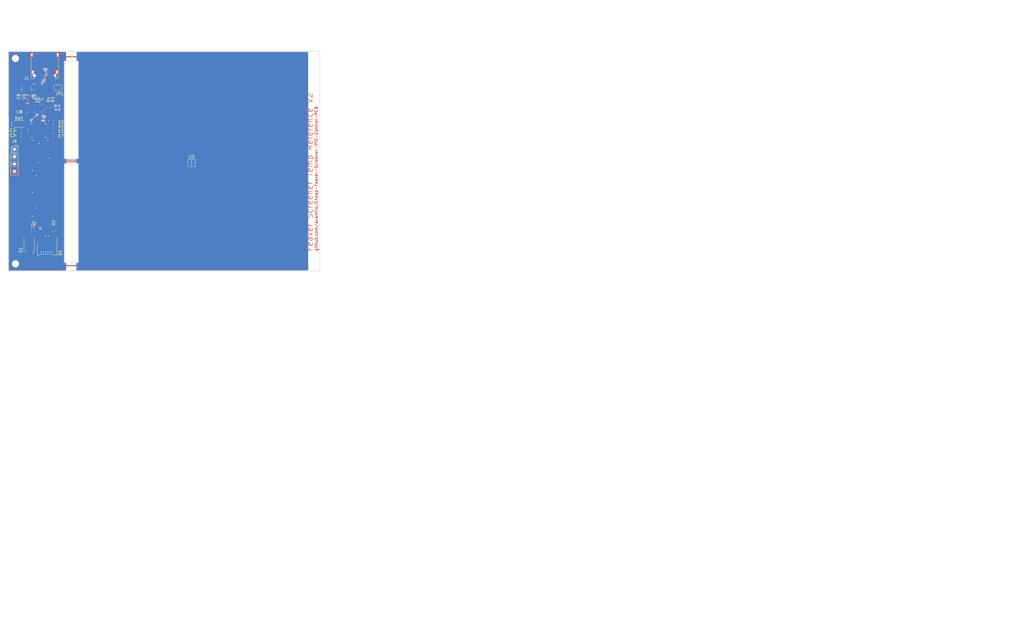
<source format=kicad_pcb>
(kicad_pcb (version 20171130) (host pcbnew "(5.1.2)-2")
  (title_block (title "Project Title"))
  (layers (0 F.Cu signal) (31 B.Cu signal) (34 B.Paste user hide) (35 F.Paste user hide) (36 B.SilkS user) (37 F.SilkS user) (38 B.Mask user hide) (39 F.Mask user) (44 Edge.Cuts user))
  (net 0 "")
  (net 1 GND)
  (net 2 +3V3)
  (net 3 "Net-(C2-Pad1)")
  (net 4 "Net-(D1-Pad1)")
  (net 5 "Net-(D1-Pad2)")
  (net 6 "Net-(D1-Pad5)")
  (net 7 "Net-(D1-Pad6)")
  (net 8 "Net-(D2-Pad2)")
  (net 9 VBUS)
  (net 10 CC1)
  (net 11 D-)
  (net 12 D+)
  (net 13 "Net-(J1-PadA8)")
  (net 14 CC2)
  (net 15 "Net-(J1-PadB8)")
  (net 16 SDA)
  (net 17 SCL)
  (net 18 "Net-(R1-Pad1)")
  (net 19 "Net-(SW1-Pad2)")
  (net 20 "Net-(U1-Pad4)")
  (net 21 "Net-(U1-Pad5)")
  (net 22 "Net-(U1-Pad6)")
  (net 23 "Net-(U1-Pad16)")
  (net 24 SCL_PD)
  (net 25 SDA_PD)
  (net 26 "Net-(U1-Pad19)")
  (net 27 "Net-(U1-Pad20)")
  (net 28 "Net-(U1-Pad21)")
  (net 29 "Net-(U1-Pad22)")
  (net 30 "Net-(U1-Pad25)")
  (net 31 "Net-(U2-Pad12)")
  (net 32 ALERT_PD)
  (net 33 "Net-(U5-Pad4)")
  (net 34 SWD)
  (net 35 SWC)
  (net 36 "Net-(Q1-Pad1)")
  (net 37 HEATER)
  (net 38 "Net-(U2-Pad13)")
  (net 39 "Net-(U1-Pad7)")
  (net 40 "Net-(U1-Pad8)")
  (net 41 "Net-(U1-Pad14)")
  (net 42 "Net-(U1-Pad15)")
  (net 43 "Net-(U3-Pad6)")
  (net 44 "Net-(U3-Pad3)")
  (net 45 /COIL)
  (module Capacitor_SMD:C_0603_1608Metric (layer F.Cu) (at -79.6 -48.5)
    (fp_text reference C1 (at 2.638 -0.014) (layer F.SilkS))
    (fp_text value 1u)
    (pad 1 smd roundrect (at -0.7875 0) (size 0.875 0.95) (layers F.Cu F.Paste F.Mask) (net 2 +3V3))
    (pad 2 smd roundrect (at 0.7875 0) (size 0.875 0.95) (layers F.Cu F.Paste F.Mask) (net 1 GND))
  )
  (module Capacitor_SMD:C_0603_1608Metric (layer F.Cu) (at -90.8 -48.7 180)
    (fp_text reference C2 (at 2.926 0.068) (layer F.SilkS))
    (fp_text value 1u)
    (pad 2 smd roundrect (at 0.7875 0 180) (size 0.875 0.95) (layers F.Cu F.Paste F.Mask) (net 1 GND))
    (pad 1 smd roundrect (at -0.7875 0 180) (size 0.875 0.95) (layers F.Cu F.Paste F.Mask) (net 3 "Net-(C2-Pad1)"))
  )
  (module Capacitor_SMD:C_0603_1608Metric (layer F.Cu) (at -90.8 -47.1)
    (fp_text reference C3 (at -2.926 0.11) (layer F.SilkS))
    (fp_text value 1u)
    (pad 2 smd roundrect (at 0.7875 0) (size 0.875 0.95) (layers F.Cu F.Paste F.Mask) (net 2 +3V3))
    (pad 1 smd roundrect (at -0.7875 0) (size 0.875 0.95) (layers F.Cu F.Paste F.Mask) (net 1 GND))
  )
  (module Capacitor_SMD:C_0603_1608Metric (layer F.Cu) (at -86.7 -13.7 270)
    (fp_text reference C4 (at -2.81 -0.086 90) (layer F.SilkS))
    (fp_text value 1u)
    (pad 1 smd roundrect (at -0.7875 0 270) (size 0.875 0.95) (layers F.Cu F.Paste F.Mask) (net 1 GND))
    (pad 2 smd roundrect (at 0.7875 0 270) (size 0.875 0.95) (layers F.Cu F.Paste F.Mask) (net 2 +3V3))
  )
  (module Capacitor_SMD:C_0603_1608Metric (layer F.Cu) (at -86.2 -62.9 90)
    (fp_text reference C5 (at -2.448 0.094 90) (layer F.SilkS))
    (fp_text value 1u)
    (pad 2 smd roundrect (at 0.7875 0 90) (size 0.875 0.95) (layers F.Cu F.Paste F.Mask) (net 1 GND))
    (pad 1 smd roundrect (at -0.7875 0 90) (size 0.875 0.95) (layers F.Cu F.Paste F.Mask) (net 9 VBUS))
  )
  (module Capacitor_SMD:C_0603_1608Metric (layer F.Cu) (at -91.6 -62.9125 270)
    (fp_text reference C6 (at 2.4605 0.094 90) (layer F.SilkS))
    (fp_text value 1u)
    (pad 1 smd roundrect (at -0.7875 0 270) (size 0.875 0.95) (layers F.Cu F.Paste F.Mask) (net 2 +3V3))
    (pad 2 smd roundrect (at 0.7875 0 270) (size 0.875 0.95) (layers F.Cu F.Paste F.Mask) (net 1 GND))
  )
  (module LED_SMD:LED_RGB_PLCC-6 (layer F.Cu) (at -88 -9.3 90)
    (fp_text reference D1 (at -1.934 -2.932 270) (layer F.SilkS))
    (fp_text value APA102)
    (pad 1 smd rect (at -1.55 -1.1 180) (size 0.7 1.3) (layers F.Cu F.Paste F.Mask) (net 4 "Net-(D1-Pad1)"))
    (pad 2 smd rect (at -1.55 0 180) (size 0.7 1.3) (layers F.Cu F.Paste F.Mask) (net 5 "Net-(D1-Pad2)"))
    (pad 3 smd rect (at -1.55 1.1 180) (size 0.7 1.3) (layers F.Cu F.Paste F.Mask) (net 1 GND))
    (pad 4 smd rect (at 1.55 1.1 180) (size 0.7 1.3) (layers F.Cu F.Paste F.Mask) (net 2 +3V3))
    (pad 5 smd rect (at 1.55 0 180) (size 0.7 1.3) (layers F.Cu F.Paste F.Mask) (net 6 "Net-(D1-Pad5)"))
    (pad 6 smd rect (at 1.55 -1.1 180) (size 0.7 1.3) (layers F.Cu F.Paste F.Mask) (net 7 "Net-(D1-Pad6)"))
  )
  (module Capacitor_SMD:C_0603_1608Metric (layer F.Cu) (at -79.6 -51.7)
    (fp_text reference D2 (at 2.638 0.1) (layer F.SilkS))
    (fp_text value LED)
    (pad 1 smd roundrect (at -0.7875 0) (size 0.875 0.95) (layers F.Cu F.Paste F.Mask) (net 1 GND))
    (pad 2 smd roundrect (at 0.7875 0) (size 0.875 0.95) (layers F.Cu F.Paste F.Mask) (net 8 "Net-(D2-Pad2)"))
  )
  (module MountingHole:MountingHole_2.2mm_M2 (layer F.Cu) (at -92.75 -2.5)
    (fp_text reference H1 hide)
    (fp_text value MountingHole)
    (pad 1 np_thru_hole circle (at 0 0) (size 2.2 2.2) (drill 2.2) (layers *.Cu *.Mask))
  )
  (module MountingHole:MountingHole_2.2mm_M2 (layer F.Cu) (at 10.2 -2.5)
    (fp_text reference H2 hide)
    (fp_text value MountingHole)
    (pad 1 np_thru_hole circle (at 0 0) (size 2.2 2.2) (drill 2.2) (layers *.Cu *.Mask))
  )
  (module MountingHole:MountingHole_2.2mm_M2 (layer F.Cu) (at -92.75 -73.7)
    (fp_text reference H3 hide)
    (fp_text value MountingHole)
    (pad 1 np_thru_hole circle (at 0 0) (size 2.2 2.2) (drill 2.2) (layers *.Cu *.Mask))
  )
  (module MountingHole:MountingHole_2.2mm_M2 (layer F.Cu) (at 10.2 -73.7)
    (fp_text reference H4 hide)
    (fp_text value MountingHole)
    (pad 1 np_thru_hole circle (at 0 0) (size 2.2 2.2) (drill 2.2) (layers *.Cu *.Mask))
  )
  (module Connector_USB:USB_C_Receptacle_Amphenol_12401610E4-2A (layer F.Cu) (at -82.6 -72.1 180)
    (fp_text reference J1 (at 6.3 -5.298) (layer F.SilkS))
    (fp_text value USB_C_Receptacle_USB2.0)
    (pad S1 thru_hole oval (at -4.13 -3.11 180) (size 0.8 1.4) (drill oval 0.5 1.1) (layers *.Cu *.Mask) (net 1 GND))
    (pad A1 smd rect (at -2.75 -5.02 180) (size 0.3 0.7) (layers F.Cu F.Paste F.Mask) (net 1 GND))
    (pad A2 smd rect (at -2.25 -5.02 180) (size 0.3 0.7) (layers F.Cu F.Paste F.Mask))
    (pad A3 smd rect (at -1.75 -5.02 180) (size 0.3 0.7) (layers F.Cu F.Paste F.Mask))
    (pad A4 smd rect (at -1.25 -5.02 180) (size 0.3 0.7) (layers F.Cu F.Paste F.Mask) (net 9 VBUS))
    (pad A5 smd rect (at -0.75 -5.02 180) (size 0.3 0.7) (layers F.Cu F.Paste F.Mask) (net 10 CC1))
    (pad A6 smd rect (at -0.25 -5.02 180) (size 0.3 0.7) (layers F.Cu F.Paste F.Mask) (net 11 D-))
    (pad A7 smd rect (at 0.25 -5.02 180) (size 0.3 0.7) (layers F.Cu F.Paste F.Mask) (net 12 D+))
    (pad A12 smd rect (at 2.75 -5.02 180) (size 0.3 0.7) (layers F.Cu F.Paste F.Mask) (net 1 GND))
    (pad A10 smd rect (at 1.75 -5.02 180) (size 0.3 0.7) (layers F.Cu F.Paste F.Mask))
    (pad A9 smd rect (at 1.25 -5.02 180) (size 0.3 0.7) (layers F.Cu F.Paste F.Mask) (net 9 VBUS))
    (pad A8 smd rect (at 0.75 -5.02 180) (size 0.3 0.7) (layers F.Cu F.Paste F.Mask) (net 13 "Net-(J1-PadA8)"))
    (pad A11 smd rect (at 2.25 -5.02 180) (size 0.3 0.7) (layers F.Cu F.Paste F.Mask))
    (pad B1 smd rect (at 2.5 -3.32 180) (size 0.3 0.7) (layers F.Cu F.Paste F.Mask) (net 1 GND))
    (pad S1 thru_hole oval (at 4.13 -3.11 180) (size 0.8 1.4) (drill oval 0.5 1.1) (layers *.Cu *.Mask) (net 1 GND))
    (pad S1 thru_hole oval (at 4.49 2.84 180) (size 0.8 1.4) (drill oval 0.5 1.1) (layers *.Cu *.Mask) (net 1 GND))
    (pad S1 thru_hole oval (at -4.49 2.84 180) (size 0.8 1.4) (drill oval 0.5 1.1) (layers *.Cu *.Mask) (net 1 GND))
    (pad "" np_thru_hole oval (at 3.6 -4.36 180) (size 0.95 0.65) (drill oval 0.95 0.65) (layers *.Cu *.Mask))
    (pad "" np_thru_hole circle (at -3.6 -4.36 180) (size 0.65 0.65) (drill 0.65) (layers *.Cu *.Mask))
    (pad B2 smd rect (at 2 -3.32 180) (size 0.3 0.7) (layers F.Cu F.Paste F.Mask))
    (pad B3 smd rect (at 1.5 -3.32 180) (size 0.3 0.7) (layers F.Cu F.Paste F.Mask))
    (pad B4 smd rect (at 1 -3.32 180) (size 0.3 0.7) (layers F.Cu F.Paste F.Mask) (net 9 VBUS))
    (pad B5 smd rect (at 0.5 -3.32 180) (size 0.3 0.7) (layers F.Cu F.Paste F.Mask) (net 14 CC2))
    (pad B6 smd rect (at 0 -3.32 180) (size 0.3 0.7) (layers F.Cu F.Paste F.Mask) (net 11 D-))
    (pad B7 smd rect (at -0.5 -3.32 180) (size 0.3 0.7) (layers F.Cu F.Paste F.Mask) (net 12 D+))
    (pad B8 smd rect (at -1 -3.32 180) (size 0.3 0.7) (layers F.Cu F.Paste F.Mask) (net 15 "Net-(J1-PadB8)"))
    (pad B9 smd rect (at -1.5 -3.32 180) (size 0.3 0.7) (layers F.Cu F.Paste F.Mask) (net 9 VBUS))
    (pad B10 smd rect (at -2 -3.32 180) (size 0.3 0.7) (layers F.Cu F.Paste F.Mask))
    (pad B11 smd rect (at -2.5 -3.32 180) (size 0.3 0.7) (layers F.Cu F.Paste F.Mask))
    (pad B12 smd rect (at -3 -3.32 180) (size 0.3 0.7) (layers F.Cu F.Paste F.Mask) (net 1 GND))
  )
  (module Connector_PinSocket_2.54mm:PinSocket_1x04_P2.54mm_Vertical (layer F.Cu) (at -93.1 -42.2)
    (fp_text reference J9 (at 0 -2.77) (layer F.SilkS))
    (fp_text value Conn_01x04_Female)
    (pad 1 thru_hole rect (at 0 0) (size 1.7 1.7) (drill 1) (layers *.Cu *.Mask) (net 2 +3V3))
    (pad 2 thru_hole oval (at 0 2.54) (size 1.7 1.7) (drill 1) (layers *.Cu *.Mask) (net 34 SWD))
    (pad 3 thru_hole oval (at 0 5.08) (size 1.7 1.7) (drill 1) (layers *.Cu *.Mask) (net 35 SWC))
    (pad 4 thru_hole oval (at 0 7.62) (size 1.7 1.7) (drill 1) (layers *.Cu *.Mask) (net 1 GND))
  )
  (module Jumper:SolderJumper-2_P1.3mm_Bridged_RoundedPad1.0x1.5mm (layer F.Cu) (at -78.1 -63.6)
    (fp_text reference JP1 (at 0.63 2.132) (layer F.SilkS))
    (fp_text value Jumper_NC_Small)
    (fp_poly (pts (xy 0.25 -0.3) (xy -0.25 -0.3) (xy -0.25 0.3) (xy 0.25 0.3)) (layer F.Cu) (width 0))
    (pad 2 smd custom (at 0.65 0) (size 1 0.5) (layers F.Cu F.Mask) (net 45 /COIL) (options (clearance outline) (anchor rect)) (primitives (gr_circle (center 0 0.25) (end 0.5 0.25) (width 0)) (gr_circle (center 0 -0.25) (end 0.5 -0.25) (width 0)) (gr_poly (pts (xy 0 -0.75) (xy -0.5 -0.75) (xy -0.5 0.75) (xy 0 0.75)) (width 0))))
    (pad 1 smd custom (at -0.65 0) (size 1 0.5) (layers F.Cu F.Mask) (net 9 VBUS) (options (clearance outline) (anchor rect)) (primitives (gr_circle (center 0 0.25) (end 0.5 0.25) (width 0)) (gr_circle (center 0 -0.25) (end 0.5 -0.25) (width 0)) (gr_poly (pts (xy 0 -0.75) (xy 0.5 -0.75) (xy 0.5 0.75) (xy 0 0.75)) (width 0))))
  )
  (module Package_TO_SOT_SMD:SOT-223-3_TabPin2 (layer F.Cu) (at -81.8 -7.5 270)
    (fp_text reference Q1 (at 1.15 -4.5 90) (layer F.SilkS))
    (fp_text value Q_NMOS_GSD)
    (pad 2 smd rect (at 3.15 0 270) (size 2 3.8) (layers F.Cu F.Paste F.Mask) (net 1 GND))
    (pad 2 smd rect (at -3.15 0 270) (size 2 1.5) (layers F.Cu F.Paste F.Mask) (net 1 GND))
    (pad 3 smd rect (at -3.15 2.3 270) (size 2 1.5) (layers F.Cu F.Paste F.Mask) (net 45 /COIL))
    (pad 1 smd rect (at -3.15 -2.3 270) (size 2 1.5) (layers F.Cu F.Paste F.Mask) (net 36 "Net-(Q1-Pad1)"))
  )
  (module Resistor_SMD:R_0603_1608Metric (layer F.Cu) (at -79.6125 -50.1)
    (fp_text reference R1 (at 2.6505 0.062) (layer F.SilkS))
    (fp_text value 1.5k)
    (pad 2 smd roundrect (at 0.7875 0) (size 0.875 0.95) (layers F.Cu F.Paste F.Mask) (net 8 "Net-(D2-Pad2)"))
    (pad 1 smd roundrect (at -0.7875 0) (size 0.875 0.95) (layers F.Cu F.Paste F.Mask) (net 18 "Net-(R1-Pad1)"))
  )
  (module Resistor_SMD:R_0603_1608Metric (layer F.Cu) (at -79.5 -13.9 90)
    (fp_text reference R2 (at 2.864 -0.002 90) (layer F.SilkS))
    (fp_text value 1.5k)
    (pad 1 smd roundrect (at -0.7875 0 90) (size 0.875 0.95) (layers F.Cu F.Paste F.Mask) (net 36 "Net-(Q1-Pad1)"))
    (pad 2 smd roundrect (at 0.7875 0 90) (size 0.875 0.95) (layers F.Cu F.Paste F.Mask) (net 37 HEATER))
  )
  (module Button_Switch_SMD:SW_SPST_CK_KXT3 (layer F.Cu) (at -91.5 -51)
    (fp_text reference SW1 (at 0 -2) (layer F.SilkS))
    (fp_text value SW_SPST)
    (pad 1 smd rect (at -1.625 0) (size 0.55 1.5) (layers F.Cu F.Paste F.Mask) (net 1 GND))
    (pad 2 smd rect (at 1.625 0) (size 0.55 1.5) (layers F.Cu F.Paste F.Mask) (net 19 "Net-(SW1-Pad2)"))
  )
  (module Package_DFN_QFN:WQFN-14-1EP_2.5x2.5mm_P0.5mm_EP1.45x1.45mm (layer F.Cu) (at -84.9 -56.4)
    (fp_text reference U2 (at 0 -2.55) (layer F.SilkS))
    (fp_text value FUSB302BMPX)
    (pad 15 smd roundrect (at 0 0) (size 1.45 1.45) (layers F.Cu F.Mask) (roundrect_rratio 0.172414) (net 1 GND))
    (pad 1 smd roundrect (at -1.2625 -0.5) (size 0.675 0.25) (layers F.Cu F.Paste F.Mask) (net 14 CC2))
    (pad 2 smd roundrect (at -1.2625 0) (size 0.675 0.25) (layers F.Cu F.Paste F.Mask) (net 9 VBUS))
    (pad 3 smd roundrect (at -1.2625 0.5) (size 0.675 0.25) (layers F.Cu F.Paste F.Mask) (net 2 +3V3))
    (pad 4 smd roundrect (at -0.75 1.2625) (size 0.25 0.675) (layers F.Cu F.Paste F.Mask) (net 2 +3V3))
    (pad 5 smd roundrect (at -0.25 1.2625) (size 0.25 0.675) (layers F.Cu F.Paste F.Mask) (net 32 ALERT_PD))
    (pad 6 smd roundrect (at 0.25 1.2625) (size 0.25 0.675) (layers F.Cu F.Paste F.Mask) (net 24 SCL_PD))
    (pad 7 smd roundrect (at 0.75 1.2625) (size 0.25 0.675) (layers F.Cu F.Paste F.Mask) (net 25 SDA_PD))
    (pad 8 smd roundrect (at 1.2625 0.5) (size 0.675 0.25) (layers F.Cu F.Paste F.Mask) (net 1 GND))
    (pad 9 smd roundrect (at 1.2625 0) (size 0.675 0.25) (layers F.Cu F.Paste F.Mask) (net 1 GND))
    (pad 10 smd roundrect (at 1.2625 -0.5) (size 0.675 0.25) (layers F.Cu F.Paste F.Mask) (net 10 CC1))
    (pad 11 smd roundrect (at 0.75 -1.2625) (size 0.25 0.675) (layers F.Cu F.Paste F.Mask) (net 10 CC1))
    (pad 12 smd roundrect (at 0.25 -1.2625) (size 0.25 0.675) (layers F.Cu F.Paste F.Mask) (net 31 "Net-(U2-Pad12)"))
    (pad 13 smd roundrect (at -0.25 -1.2625) (size 0.25 0.675) (layers F.Cu F.Paste F.Mask) (net 38 "Net-(U2-Pad13)"))
    (pad 14 smd roundrect (at -0.75 -1.2625) (size 0.25 0.675) (layers F.Cu F.Paste F.Mask) (net 14 CC2))
  )
  (module Package_TO_SOT_SMD:SOT-23-5 (layer F.Cu) (at -88.9 -63.3 90)
    (fp_text reference U5 (at -2.848 -1.016 90) (layer F.SilkS))
    (fp_text value AP2112K-3.3)
    (pad 1 smd rect (at -1.1 -0.95 90) (size 1.06 0.65) (layers F.Cu F.Paste F.Mask) (net 9 VBUS))
    (pad 2 smd rect (at -1.1 0 90) (size 1.06 0.65) (layers F.Cu F.Paste F.Mask) (net 1 GND))
    (pad 3 smd rect (at -1.1 0.95 90) (size 1.06 0.65) (layers F.Cu F.Paste F.Mask) (net 9 VBUS))
    (pad 4 smd rect (at 1.1 0.95 90) (size 1.06 0.65) (layers F.Cu F.Paste F.Mask) (net 33 "Net-(U5-Pad4)"))
    (pad 5 smd rect (at 1.1 -0.95 90) (size 1.06 0.65) (layers F.Cu F.Paste F.Mask) (net 2 +3V3))
  )
  (module HeaterDev3:QFN50P500X500X100-33N (layer F.Cu) (at -84.7 -48.7 90)
    (fp_text reference U1 (at -0.66868 -3.810252 90) (layer F.SilkS) (effects (font (size 0.640649 0.640649) (thickness 0.015))))
    (fp_text value ATSAMD21E18A-MU)
    (pad 1 smd rect (at -2.435 -1.75 90) (size 0.84 0.26) (layers F.Cu F.Paste F.Mask) (net 7 "Net-(D1-Pad6)"))
    (pad 2 smd rect (at -2.435 -1.25 90) (size 0.84 0.26) (layers F.Cu F.Paste F.Mask) (net 6 "Net-(D1-Pad5)"))
    (pad 3 smd rect (at -2.435 -0.75 90) (size 0.84 0.26) (layers F.Cu F.Paste F.Mask) (net 37 HEATER))
    (pad 4 smd rect (at -2.435 -0.25 90) (size 0.84 0.26) (layers F.Cu F.Paste F.Mask) (net 20 "Net-(U1-Pad4)"))
    (pad 5 smd rect (at -2.435 0.25 90) (size 0.84 0.26) (layers F.Cu F.Paste F.Mask) (net 21 "Net-(U1-Pad5)"))
    (pad 6 smd rect (at -2.435 0.75 90) (size 0.84 0.26) (layers F.Cu F.Paste F.Mask) (net 22 "Net-(U1-Pad6)"))
    (pad 7 smd rect (at -2.435 1.25 90) (size 0.84 0.26) (layers F.Cu F.Paste F.Mask) (net 39 "Net-(U1-Pad7)"))
    (pad 8 smd rect (at -2.435 1.75 90) (size 0.84 0.26) (layers F.Cu F.Paste F.Mask) (net 40 "Net-(U1-Pad8)"))
    (pad 9 smd rect (at -1.75 2.435 90) (size 0.26 0.84) (layers F.Cu F.Paste F.Mask) (net 2 +3V3))
    (pad 10 smd rect (at -1.25 2.435 90) (size 0.26 0.84) (layers F.Cu F.Paste F.Mask) (net 1 GND))
    (pad 11 smd rect (at -0.75 2.435 90) (size 0.26 0.84) (layers F.Cu F.Paste F.Mask) (net 16 SDA))
    (pad 12 smd rect (at -0.25 2.435 90) (size 0.26 0.84) (layers F.Cu F.Paste F.Mask) (net 17 SCL))
    (pad 13 smd rect (at 0.25 2.435 90) (size 0.26 0.84) (layers F.Cu F.Paste F.Mask) (net 18 "Net-(R1-Pad1)"))
    (pad 14 smd rect (at 0.75 2.435 90) (size 0.26 0.84) (layers F.Cu F.Paste F.Mask) (net 41 "Net-(U1-Pad14)"))
    (pad 15 smd rect (at 1.25 2.435 90) (size 0.26 0.84) (layers F.Cu F.Paste F.Mask) (net 42 "Net-(U1-Pad15)"))
    (pad 16 smd rect (at 1.75 2.435 90) (size 0.26 0.84) (layers F.Cu F.Paste F.Mask) (net 23 "Net-(U1-Pad16)"))
    (pad 17 smd rect (at 2.435 1.75 90) (size 0.84 0.26) (layers F.Cu F.Paste F.Mask) (net 25 SDA_PD))
    (pad 18 smd rect (at 2.435 1.25 90) (size 0.84 0.26) (layers F.Cu F.Paste F.Mask) (net 24 SCL_PD))
    (pad 19 smd rect (at 2.435 0.75 90) (size 0.84 0.26) (layers F.Cu F.Paste F.Mask) (net 26 "Net-(U1-Pad19)"))
    (pad 20 smd rect (at 2.435 0.25 90) (size 0.84 0.26) (layers F.Cu F.Paste F.Mask) (net 27 "Net-(U1-Pad20)"))
    (pad 21 smd rect (at 2.435 -0.25 90) (size 0.84 0.26) (layers F.Cu F.Paste F.Mask) (net 28 "Net-(U1-Pad21)"))
    (pad 22 smd rect (at 2.435 -0.75 90) (size 0.84 0.26) (layers F.Cu F.Paste F.Mask) (net 29 "Net-(U1-Pad22)"))
    (pad 23 smd rect (at 2.435 -1.25 90) (size 0.84 0.26) (layers F.Cu F.Paste F.Mask) (net 11 D-))
    (pad 24 smd rect (at 2.435 -1.75 90) (size 0.84 0.26) (layers F.Cu F.Paste F.Mask) (net 12 D+))
    (pad 25 smd rect (at 1.75 -2.435 90) (size 0.26 0.84) (layers F.Cu F.Paste F.Mask) (net 30 "Net-(U1-Pad25)"))
    (pad 26 smd rect (at 1.25 -2.435 90) (size 0.26 0.84) (layers F.Cu F.Paste F.Mask) (net 19 "Net-(SW1-Pad2)"))
    (pad 27 smd rect (at 0.75 -2.435 90) (size 0.26 0.84) (layers F.Cu F.Paste F.Mask) (net 32 ALERT_PD))
    (pad 28 smd rect (at 0.25 -2.435 90) (size 0.26 0.84) (layers F.Cu F.Paste F.Mask) (net 1 GND))
    (pad 29 smd rect (at -0.25 -2.435 90) (size 0.26 0.84) (layers F.Cu F.Paste F.Mask) (net 3 "Net-(C2-Pad1)"))
    (pad 30 smd rect (at -0.75 -2.435 90) (size 0.26 0.84) (layers F.Cu F.Paste F.Mask) (net 2 +3V3))
    (pad 31 smd rect (at -1.25 -2.435 90) (size 0.26 0.84) (layers F.Cu F.Paste F.Mask) (net 34 SWD))
    (pad 32 smd rect (at -1.75 -2.435 90) (size 0.26 0.84) (layers F.Cu F.Paste F.Mask) (net 35 SWC))
    (pad 33 smd rect (at 0 0 90) (size 3.6 3.6) (layers F.Cu F.Mask) (net 1 GND))
  )
  (module Capacitor_SMD:C_0603_1608Metric (layer F.Cu) (at -79.6 -46.9 180)
    (fp_text reference C7 (at -2.638 -0.164) (layer F.SilkS))
    (fp_text value 1u)
    (pad 1 smd roundrect (at -0.7875 0 180) (size 0.875 0.95) (layers F.Cu F.Paste F.Mask) (net 1 GND))
    (pad 2 smd roundrect (at 0.7875 0 180) (size 0.875 0.95) (layers F.Cu F.Paste F.Mask) (net 2 +3V3))
  )
  (module Capacitor_SMD:C_0603_1608Metric (layer F.Cu) (at -88.7 -55.3)
    (fp_text reference C8 (at -2.74 0.182) (layer F.SilkS))
    (fp_text value 1u)
    (pad 2 smd roundrect (at 0.7875 0) (size 0.875 0.95) (layers F.Cu F.Paste F.Mask) (net 2 +3V3))
    (pad 1 smd roundrect (at -0.7875 0) (size 0.875 0.95) (layers F.Cu F.Paste F.Mask) (net 1 GND))
  )
  (module HeaterDev3:sts (layer F.Cu) (at -31.75 -37.465)
    (fp_text reference U3 (at 0 -2.25) (layer F.SilkS))
    (fp_text value STS-30-DIS)
    (pad 5 smd rect (at 1.275 0.75) (size 0.55 0.25) (layers F.Cu F.Paste F.Mask) (net 2 +3V3))
    (pad 6 smd rect (at 1.275 0.25) (size 0.55 0.25) (layers F.Cu F.Paste F.Mask) (net 43 "Net-(U3-Pad6)"))
    (pad 7 smd rect (at 1.275 -0.25) (size 0.55 0.25) (layers F.Cu F.Paste F.Mask) (net 1 GND))
    (pad 8 smd rect (at 1.275 -0.75) (size 0.55 0.25) (layers F.Cu F.Paste F.Mask) (net 1 GND))
    (pad 2 smd rect (at -1.275 -0.25) (size 0.55 0.25) (layers F.Cu F.Paste F.Mask) (net 1 GND))
    (pad 4 smd rect (at -1.275 0.75) (size 0.55 0.25) (layers F.Cu F.Paste F.Mask) (net 24 SCL_PD))
    (pad 1 smd rect (at -1.275 -0.75) (size 0.55 0.25) (layers F.Cu F.Paste F.Mask) (net 25 SDA_PD))
    (pad 3 smd rect (at -1.275 0.25) (size 0.55 0.25) (layers F.Cu F.Paste F.Mask) (net 44 "Net-(U3-Pad3)"))
    (pad 8 smd rect (at 0 0) (size 0.9 1.6) (layers F.Cu F.Paste F.Mask) (net 1 GND))
  )
  (module Resistor_SMD:R_0603_1608Metric (layer F.Cu) (at -79.8322 -56.769 90)
    (fp_text reference R3 (at 2.667 0.0762 90) (layer F.SilkS))
    (fp_text value 1.5k)
    (pad 2 smd roundrect (at 0.7875 0 90) (size 0.875 0.95) (layers F.Cu F.Paste F.Mask) (net 2 +3V3))
    (pad 1 smd roundrect (at -0.7875 0 90) (size 0.875 0.95) (layers F.Cu F.Paste F.Mask) (net 24 SCL_PD))
  )
  (module Resistor_SMD:R_0603_1608Metric (layer F.Cu) (at -81.4324 -56.769 90)
    (fp_text reference R4 (at 2.667 0.1524 90) (layer F.SilkS))
    (fp_text value 1.5k)
    (pad 1 smd roundrect (at -0.7875 0 90) (size 0.875 0.95) (layers F.Cu F.Paste F.Mask) (net 25 SDA_PD))
    (pad 2 smd roundrect (at 0.7875 0 90) (size 0.875 0.95) (layers F.Cu F.Paste F.Mask) (net 2 +3V3))
  )
  (gr_line (start -82.55 0) (end -82.804 0) (layer Edge.Cuts) (width 0.1524))
  (gr_line (start -82.804 0) (end -95.25 0) (layer Edge.Cuts) (width 0.1524))
  (gr_line (start -82.55 -76.2) (end -95.25 -76.2) (layer Edge.Cuts) (width 0.1524))
  (gr_line (start -71.12 -72.644) (end -71.12 -39.116) (layer Edge.Cuts) (width 0.1524))
  (gr_line (start -75.692 -72.644) (end -71.12 -72.644) (layer Edge.Cuts) (width 0.1524))
  (gr_line (start -75.692 -39.116) (end -75.692 -72.644) (layer Edge.Cuts) (width 0.1524))
  (gr_line (start -71.12 -39.116) (end -75.692 -39.116) (layer Edge.Cuts) (width 0.1524))
  (gr_line (start -75.692 -3.048) (end -73.152 -3.048) (layer Edge.Cuts) (width 0.1524))
  (gr_line (start -75.692 -37.084) (end -75.692 -3.048) (layer Edge.Cuts) (width 0.1524))
  (gr_line (start -71.12 -37.084) (end -75.692 -37.084) (layer Edge.Cuts) (width 0.1524))
  (gr_line (start -71.12 -3.048) (end -71.12 -37.084) (layer Edge.Cuts) (width 0.1524))
  (gr_line (start -73.152 -3.048) (end -71.12 -3.048) (layer Edge.Cuts) (width 0.1524))
  (gr_line (start -73.152 -76.2) (end -73.152 0) (layer F.SilkS) (width 0.1524))
  (gr_text "Feaver Screener Temp Reference V2" (at 9.144 -34.29 90) (layer F.Cu) (effects (font (size 2 2) (thickness 0.1524))))
  (gr_text github.com/acamilo/Cheap-Feaver-Screener-PID-Control-PCB (at 11.43 -32.004 90) (layer F.Cu) (effects (font (size 1.016 1.016) (thickness 0.1524))))
  (gr_line (start -95.25 0) (end -95.25 -76.2) (layer Edge.Cuts) (width 0.1524))
  (gr_line (start 12.7 0) (end 12.7 -76.2) (layer Edge.Cuts) (width 0.1524))
  (gr_line (start 12.7 0) (end 6.35 0) (layer Edge.Cuts) (width 0.1524))
  (gr_line (start 12.7 -76.2) (end 6.35 -76.2) (layer Edge.Cuts) (width 0.1524))
  (gr_line (start -69.85 -76.2) (end -82.55 -76.2) (layer Edge.Cuts) (width 0.1524))
  (gr_line (start -82.55 0) (end -69.85 0) (layer Edge.Cuts) (width 0.1524))
  (gr_line (start 6.35 -76.2) (end -69.85 -76.2) (layer Edge.Cuts) (width 0.1524))
  (gr_line (start 6.35 0) (end -69.85 0) (layer Edge.Cuts) (width 0.1524))
  (segment (start -71.12 -38.608) (end -75.692 -38.608) (width 0.1524) (layer B.Cu) (net 1))
  (via (at -85.598 -16.7894) (size 0.4575) (drill 0.3302) (layers F.Cu B.Cu) (net 1))
  (via (at -85.598 -21.8694) (size 0.4575) (drill 0.3302) (layers F.Cu B.Cu) (net 1))
  (via (at -85.598 -33.0454) (size 0.4575) (drill 0.3302) (layers F.Cu B.Cu) (net 1))
  (via (at -81.026 -39.1414) (size 0.4575) (drill 0.3302) (layers F.Cu B.Cu) (net 1))
  (via (at -84.582 -44.2214) (size 0.4575) (drill 0.3302) (layers F.Cu B.Cu) (net 1))
  (via (at -81.534 -45.2374) (size 0.4575) (drill 0.3302) (layers F.Cu B.Cu) (net 1))
  (via (at -84.836 -37.6174) (size 0.4575) (drill 0.3302) (layers F.Cu B.Cu) (net 1))
  (via (at -86.868 -34.8234) (size 0.4575) (drill 0.3302) (layers F.Cu B.Cu) (net 1))
  (via (at -86.868 -27.2034) (size 0.4575) (drill 0.3302) (layers F.Cu B.Cu) (net 1))
  (via (at -86.868 -19.05) (size 0.4575) (drill 0.3302) (layers F.Cu B.Cu) (net 1))
  (via (at -80.01 -5.8674) (size 0.4575) (drill 0.3302) (layers F.Cu B.Cu) (net 1))
  (via (at -80.772 -5.8674) (size 0.4575) (drill 0.3302) (layers F.Cu B.Cu) (net 1))
  (via (at -81.534 -5.8674) (size 0.4575) (drill 0.3302) (layers F.Cu B.Cu) (net 1))
  (via (at -82.296 -5.8674) (size 0.4575) (drill 0.3302) (layers F.Cu B.Cu) (net 1))
  (via (at -83.058 -5.8674) (size 0.4575) (drill 0.3302) (layers F.Cu B.Cu) (net 1))
  (via (at -83.82 -5.8674) (size 0.4575) (drill 0.3302) (layers F.Cu B.Cu) (net 1))
  (via (at -83.82 -6.6294) (size 0.4575) (drill 0.3302) (layers F.Cu B.Cu) (net 1))
  (via (at -83.058 -6.6294) (size 0.4575) (drill 0.3302) (layers F.Cu B.Cu) (net 1))
  (via (at -82.296 -6.6294) (size 0.4575) (drill 0.3302) (layers F.Cu B.Cu) (net 1))
  (via (at -81.534 -6.6294) (size 0.4575) (drill 0.3302) (layers F.Cu B.Cu) (net 1))
  (via (at -80.772 -6.6294) (size 0.4575) (drill 0.3302) (layers F.Cu B.Cu) (net 1))
  (via (at -80.01 -6.6294) (size 0.4575) (drill 0.3302) (layers F.Cu B.Cu) (net 1))
  (via (at -31.75 -36.83) (size 0.4575) (drill 0.3302) (layers F.Cu B.Cu) (net 1))
  (via (at -31.75 -38.1) (size 0.4575) (drill 0.3302) (layers F.Cu B.Cu) (net 1))
  (via (at -88.5 -49.2) (size 0.4575) (drill 0.3302) (layers F.Cu B.Cu) (net 1))
  (segment (start -87.135 -48.95) (end -88.25 -48.95) (width 0.1524) (layer F.Cu) (net 1))
  (segment (start -88.25 -48.95) (end -88.5 -49.2) (width 0.1524) (layer F.Cu) (net 1))
  (via (at -90.6 -54.9) (size 0.4575) (drill 0.3302) (layers F.Cu B.Cu) (net 1))
  (segment (start -89.4875 -55.3) (end -90.2 -55.3) (width 0.254) (layer F.Cu) (net 1))
  (segment (start -90.2 -55.3) (end -90.6 -54.9) (width 0.254) (layer F.Cu) (net 1))
  (via (at -90.6 -55.6) (size 0.4575) (drill 0.3302) (layers F.Cu B.Cu) (net 1))
  (segment (start -89.4875 -55.3) (end -90.3 -55.3) (width 0.254) (layer F.Cu) (net 1))
  (segment (start -90.3 -55.3) (end -90.6 -55.6) (width 0.254) (layer F.Cu) (net 1))
  (segment (start -83.6375 -56.4) (end -84.9 -56.4) (width 0.254) (layer F.Cu) (net 1))
  (segment (start -84.4 -55.9) (end -84.9 -56.4) (width 0.254) (layer F.Cu) (net 1))
  (segment (start -83.6375 -55.9) (end -84.4 -55.9) (width 0.254) (layer F.Cu) (net 1))
  (via (at -82.7 -55.9) (size 0.4575) (drill 0.3302) (layers F.Cu B.Cu) (net 1))
  (segment (start -83.6375 -55.9) (end -82.7 -55.9) (width 0.254) (layer F.Cu) (net 1))
  (via (at -91.9 -61.2) (size 0.4575) (drill 0.3302) (layers F.Cu B.Cu) (net 1))
  (segment (start -91.6 -62.125) (end -91.6 -61.5) (width 0.3302) (layer F.Cu) (net 1))
  (segment (start -91.6 -61.5) (end -91.9 -61.2) (width 0.3302) (layer F.Cu) (net 1))
  (via (at -91.3 -61.2) (size 0.4575) (drill 0.3302) (layers F.Cu B.Cu) (net 1))
  (segment (start -91.6 -61.5) (end -91.3 -61.2) (width 0.3302) (layer F.Cu) (net 1))
  (via (at -89.2 -61.2) (size 0.4575) (drill 0.3302) (layers F.Cu B.Cu) (net 1))
  (segment (start -88.9 -62.2) (end -88.9 -61.5) (width 0.3302) (layer F.Cu) (net 1))
  (segment (start -88.9 -61.5) (end -89.2 -61.2) (width 0.3302) (layer F.Cu) (net 1))
  (via (at -77.7 -48.9) (size 0.4575) (drill 0.3302) (layers F.Cu B.Cu) (net 1))
  (segment (start -78.8125 -48.5) (end -78.1 -48.5) (width 0.254) (layer F.Cu) (net 1))
  (segment (start -78.1 -48.5) (end -77.7 -48.9) (width 0.254) (layer F.Cu) (net 1))
  (via (at -77.7 -48.2) (size 0.4575) (drill 0.3302) (layers F.Cu B.Cu) (net 1))
  (segment (start -78.8125 -48.5) (end -78 -48.5) (width 0.254) (layer F.Cu) (net 1))
  (segment (start -78 -48.5) (end -77.7 -48.2) (width 0.254) (layer F.Cu) (net 1))
  (via (at -77.7 -47.3) (size 0.4575) (drill 0.3302) (layers F.Cu B.Cu) (net 1))
  (segment (start -78.8125 -46.9) (end -78.1 -46.9) (width 0.254) (layer F.Cu) (net 1))
  (segment (start -78.1 -46.9) (end -77.7 -47.3) (width 0.254) (layer F.Cu) (net 1))
  (via (at -77.7 -46.5) (size 0.4575) (drill 0.3302) (layers F.Cu B.Cu) (net 1))
  (segment (start -78.1 -46.9) (end -77.7 -46.5) (width 0.254) (layer F.Cu) (net 1))
  (segment (start -83.45 -47.45) (end -84.7 -48.7) (width 0.254) (layer F.Cu) (net 1))
  (segment (start -82.265 -47.45) (end -83.45 -47.45) (width 0.254) (layer F.Cu) (net 1))
  (via (at -81.3 -52.1) (size 0.4575) (drill 0.3302) (layers F.Cu B.Cu) (net 1))
  (segment (start -80.3875 -51.7) (end -80.9 -51.7) (width 0.254) (layer F.Cu) (net 1))
  (segment (start -80.9 -51.7) (end -81.3 -52.1) (width 0.254) (layer F.Cu) (net 1))
  (via (at -94 -51.5) (size 0.4575) (drill 0.3302) (layers F.Cu B.Cu) (net 1))
  (segment (start -93.125 -51) (end -93.5 -51) (width 0.1524) (layer F.Cu) (net 1))
  (segment (start -93.5 -51) (end -94 -51.5) (width 0.1524) (layer F.Cu) (net 1))
  (via (at -94 -50.5) (size 0.4575) (drill 0.3302) (layers F.Cu B.Cu) (net 1))
  (segment (start -93.5 -51) (end -94 -50.5) (width 0.1524) (layer F.Cu) (net 1))
  (via (at -92.6 -48.7) (size 0.4575) (drill 0.3302) (layers F.Cu B.Cu) (net 1))
  (segment (start -91.5875 -48.7) (end -92.6 -48.7) (width 0.1524) (layer F.Cu) (net 1))
  (via (at -92.6 -47.1) (size 0.4575) (drill 0.3302) (layers F.Cu B.Cu) (net 1))
  (segment (start -91.5875 -47.1) (end -92.6 -47.1) (width 0.1524) (layer F.Cu) (net 1))
  (segment (start -84.95 -48.95) (end -84.7 -48.7) (width 0.1524) (layer F.Cu) (net 1))
  (segment (start -87.135 -48.95) (end -84.95 -48.95) (width 0.1524) (layer F.Cu) (net 1))
  (via (at -85.9 -64.8) (size 0.4575) (drill 0.3302) (layers F.Cu B.Cu) (net 1))
  (segment (start -86.2 -63.6875) (end -86.2 -64.5) (width 0.1524) (layer F.Cu) (net 1))
  (segment (start -86.2 -64.5) (end -85.9 -64.8) (width 0.1524) (layer F.Cu) (net 1))
  (via (at -86.6 -64.7) (size 0.4575) (drill 0.3302) (layers F.Cu B.Cu) (net 1))
  (segment (start -86.2 -63.6875) (end -86.2 -64.3) (width 0.1524) (layer F.Cu) (net 1))
  (segment (start -86.2 -64.3) (end -86.6 -64.7) (width 0.1524) (layer F.Cu) (net 1))
  (segment (start -85.35 -67.08) (end -85.35 -67.75) (width 0.1524) (layer F.Cu) (net 1))
  (segment (start -85.1 -68) (end -85.1 -68.78) (width 0.1524) (layer F.Cu) (net 1))
  (segment (start -85.35 -67.75) (end -85.1 -68) (width 0.1524) (layer F.Cu) (net 1))
  (segment (start -79.6 -68.2) (end -79.6 -68.78) (width 0.1524) (layer F.Cu) (net 1))
  (segment (start -79.85 -67.08) (end -79.85 -67.95) (width 0.1524) (layer F.Cu) (net 1))
  (segment (start -79.85 -67.95) (end -79.6 -68.2) (width 0.1524) (layer F.Cu) (net 1))
  (segment (start -79.39 -68.99) (end -79.6 -68.78) (width 0.1524) (layer F.Cu) (net 1))
  (segment (start -78.47 -68.99) (end -79.39 -68.99) (width 0.1524) (layer F.Cu) (net 1))
  (segment (start -86.52 -68.78) (end -86.73 -68.99) (width 0.1524) (layer F.Cu) (net 1))
  (segment (start -85.1 -68.78) (end -86.52 -68.78) (width 0.1524) (layer F.Cu) (net 1))
  (via (at -31.75 -37.465) (size 0.4575) (drill 0.3302) (layers F.Cu B.Cu) (net 1))
  (segment (start -32 -37.715) (end -31.75 -37.465) (width 0.1524) (layer F.Cu) (net 1))
  (segment (start -33.025 -37.715) (end -32 -37.715) (width 0.1524) (layer F.Cu) (net 1))
  (segment (start -31.5 -37.715) (end -31.75 -37.465) (width 0.1524) (layer F.Cu) (net 1))
  (segment (start -30.475 -37.715) (end -31.5 -37.715) (width 0.1524) (layer F.Cu) (net 1))
  (segment (start -31 -38.215) (end -31.75 -37.465) (width 0.1524) (layer F.Cu) (net 1))
  (segment (start -30.475 -38.215) (end -31 -38.215) (width 0.1524) (layer F.Cu) (net 1))
  (via (at -86.614 -6.35) (size 0.4575) (drill 0.3302) (layers F.Cu B.Cu) (net 1))
  (segment (start -86.9 -7.75) (end -86.9 -6.636) (width 0.1524) (layer F.Cu) (net 1))
  (segment (start -86.9 -6.636) (end -86.614 -6.35) (width 0.1524) (layer F.Cu) (net 1))
  (via (at -81.28 -12.192) (size 0.4575) (drill 0.3302) (layers F.Cu B.Cu) (net 1))
  (segment (start -81.8 -10.65) (end -81.8 -11.672) (width 0.1524) (layer F.Cu) (net 1))
  (segment (start -81.8 -11.672) (end -81.28 -12.192) (width 0.1524) (layer F.Cu) (net 1))
  (via (at -82.296 -12.192) (size 0.4575) (drill 0.3302) (layers F.Cu B.Cu) (net 1))
  (segment (start -81.8 -10.65) (end -81.8 -11.696) (width 0.1524) (layer F.Cu) (net 1))
  (segment (start -81.8 -11.696) (end -82.296 -12.192) (width 0.1524) (layer F.Cu) (net 1))
  (via (at -86.36 -15.24) (size 0.4575) (drill 0.3302) (layers F.Cu B.Cu) (net 1))
  (segment (start -86.7 -14.4875) (end -86.7 -14.9) (width 0.3302) (layer F.Cu) (net 1))
  (segment (start -86.7 -14.9) (end -86.36 -15.24) (width 0.3302) (layer F.Cu) (net 1))
  (via (at -87.122 -15.24) (size 0.4575) (drill 0.3302) (layers F.Cu B.Cu) (net 1))
  (segment (start -86.7 -14.4875) (end -86.7 -14.818) (width 0.3302) (layer F.Cu) (net 1))
  (segment (start -86.7 -14.818) (end -87.122 -15.24) (width 0.3302) (layer F.Cu) (net 1))
  (segment (start -87.135 -47.95) (end -88.35 -47.95) (width 0.254) (layer F.Cu) (net 2))
  (segment (start -89.2 -47.1) (end -90.0125 -47.1) (width 0.254) (layer F.Cu) (net 2))
  (segment (start -88.35 -47.95) (end -89.2 -47.1) (width 0.254) (layer F.Cu) (net 2))
  (segment (start -87.9125 -55.3) (end -87.5 -55.3) (width 0.254) (layer F.Cu) (net 2))
  (segment (start -86.9 -55.9) (end -86.1625 -55.9) (width 0.254) (layer F.Cu) (net 2))
  (segment (start -87.5 -55.3) (end -86.9 -55.9) (width 0.254) (layer F.Cu) (net 2))
  (segment (start -90.9 -64.4) (end -91.6 -63.7) (width 0.3302) (layer F.Cu) (net 2))
  (segment (start -89.85 -64.4) (end -90.9 -64.4) (width 0.3302) (layer F.Cu) (net 2))
  (segment (start -91.6 -63.7) (end -92.5 -63.7) (width 0.3302) (layer F.Cu) (net 2))
  (segment (start -92.5 -63.7) (end -92.9 -63.3) (width 0.3302) (layer F.Cu) (net 2))
  (via (at -83.3 -59.7) (size 0.4575) (drill 0.3302) (layers F.Cu B.Cu) (net 2))
  (segment (start -83.3 -59.7) (end -85.6 -59.7) (width 0.3302) (layer B.Cu) (net 2))
  (via (at -87 -60.7) (size 0.4575) (drill 0.3302) (layers F.Cu B.Cu) (net 2))
  (segment (start -85.6 -59.7) (end -86.6 -60.7) (width 0.3302) (layer B.Cu) (net 2))
  (segment (start -86.6 -60.7) (end -87 -60.7) (width 0.3302) (layer B.Cu) (net 2))
  (segment (start -87 -60.7) (end -88 -60.7) (width 0.3302) (layer F.Cu) (net 2))
  (segment (start -88 -60.7) (end -88.6 -60.1) (width 0.3302) (layer F.Cu) (net 2))
  (segment (start -88.6 -60.1) (end -92.3 -60.1) (width 0.3302) (layer F.Cu) (net 2))
  (segment (start -92.9 -60.7) (end -92.9 -63.3) (width 0.3302) (layer F.Cu) (net 2))
  (segment (start -92.3 -60.1) (end -92.9 -60.7) (width 0.3302) (layer F.Cu) (net 2))
  (segment (start -80.4375 -46.95) (end -80.3875 -46.9) (width 0.254) (layer F.Cu) (net 2))
  (segment (start -82.265 -46.95) (end -80.4375 -46.95) (width 0.254) (layer F.Cu) (net 2))
  (segment (start -80.3875 -48.5) (end -80.3875 -46.9) (width 0.254) (layer F.Cu) (net 2))
  (segment (start -80.3875 -48.5) (end -80.3875 -48.7125) (width 0.254) (layer F.Cu) (net 2))
  (segment (start -80.3875 -48.7125) (end -79.6 -49.5) (width 0.254) (layer F.Cu) (net 2))
  (segment (start -79.6 -49.5) (end -79.6 -52.6) (width 0.254) (layer F.Cu) (net 2))
  (segment (start -79.6 -52.6) (end -80.3 -53.3) (width 0.254) (layer F.Cu) (net 2))
  (segment (start -80.3 -53.3) (end -81.8 -53.3) (width 0.254) (layer F.Cu) (net 2))
  (segment (start -80.3 -53.3) (end -79.1 -53.3) (width 0.254) (layer F.Cu) (net 2))
  (segment (start -78.2 -54.2) (end -78.2 -57.8) (width 0.3302) (layer F.Cu) (net 2))
  (segment (start -92.9 -60.7) (end -92.9 -55.1) (width 0.254) (layer F.Cu) (net 2))
  (segment (start -92.9 -55.1) (end -94.7 -53.3) (width 0.254) (layer F.Cu) (net 2))
  (segment (start -94.7 -53.3) (end -94.7 -47.4) (width 0.254) (layer F.Cu) (net 2))
  (segment (start -93.1 -45.8) (end -93.1 -42.2) (width 0.254) (layer F.Cu) (net 2))
  (segment (start -94.7 -47.4) (end -93.1 -45.8) (width 0.254) (layer F.Cu) (net 2))
  (segment (start -90.0125 -47.1) (end -90.0125 -46.4875) (width 0.254) (layer F.Cu) (net 2))
  (segment (start -90.7 -45.8) (end -93.1 -45.8) (width 0.254) (layer F.Cu) (net 2))
  (segment (start -90.0125 -46.4875) (end -90.7 -45.8) (width 0.254) (layer F.Cu) (net 2))
  (segment (start -77.724 -38.1) (end -80.3875 -40.7635) (width 0.254) (layer F.Cu) (net 2))
  (segment (start -78.2 -54.2) (end -79.1 -53.3) (width 0.3302) (layer F.Cu) (net 2))
  (segment (start -79.1 -53.3) (end -81.8 -53.3) (width 0.3302) (layer F.Cu) (net 2))
  (segment (start -82.4 -52.7) (end -81.8 -53.3) (width 0.3302) (layer F.Cu) (net 2))
  (segment (start -84.5 -52.7) (end -82.4 -52.7) (width 0.3302) (layer F.Cu) (net 2))
  (segment (start -84.5 -52.7) (end -85.3644 -52.7) (width 0.3302) (layer F.Cu) (net 2))
  (segment (start -85.3644 -52.7) (end -86.2584 -53.594) (width 0.3302) (layer F.Cu) (net 2))
  (segment (start -86.2584 -53.594) (end -86.2584 -54.0258) (width 0.3302) (layer F.Cu) (net 2))
  (segment (start -87.6 -55.3) (end -87.9125 -55.3) (width 0.254) (layer F.Cu) (net 2))
  (segment (start -86.6 -54.3) (end -87.6 -55.3) (width 0.254) (layer F.Cu) (net 2))
  (segment (start -85.65 -55.1375) (end -85.65 -54.55) (width 0.254) (layer F.Cu) (net 2))
  (segment (start -85.65 -54.55) (end -85.9 -54.3) (width 0.254) (layer F.Cu) (net 2))
  (segment (start -86.2532 -54.031) (end -86.2584 -54.0258) (width 0.254) (layer F.Cu) (net 2))
  (segment (start -86.2532 -54.3) (end -86.2532 -54.031) (width 0.254) (layer F.Cu) (net 2))
  (segment (start -86.2532 -54.3) (end -86.6 -54.3) (width 0.254) (layer F.Cu) (net 2))
  (segment (start -85.9 -54.3) (end -86.2532 -54.3) (width 0.254) (layer F.Cu) (net 2))
  (segment (start -77.36837 -37.74437) (end -77.724 -38.1) (width 0.1524) (layer F.Cu) (net 2))
  (segment (start -83.3 -59.7) (end -82.814 -59.7) (width 0.3302) (layer F.Cu) (net 2))
  (segment (start -81.4324 -58.3184) (end -81.4324 -57.5565) (width 0.3302) (layer F.Cu) (net 2))
  (segment (start -82.814 -59.7) (end -81.4324 -58.3184) (width 0.3302) (layer F.Cu) (net 2))
  (segment (start -81.4324 -57.5565) (end -79.8322 -57.5565) (width 0.3302) (layer F.Cu) (net 2))
  (segment (start -79.8322 -57.5565) (end -79.8322 -57.5818) (width 0.3302) (layer F.Cu) (net 2))
  (segment (start -79.288 -58.126) (end -78.526 -58.126) (width 0.3302) (layer F.Cu) (net 2))
  (segment (start -79.8322 -57.5818) (end -79.288 -58.126) (width 0.3302) (layer F.Cu) (net 2))
  (segment (start -78.2 -57.8) (end -78.526 -58.126) (width 0.3302) (layer F.Cu) (net 2))
  (segment (start -86.9 -11.906) (end -86.9 -10.85) (width 0.3302) (layer F.Cu) (net 2))
  (segment (start -86.7 -12.9125) (end -86.7 -12.106) (width 0.3302) (layer F.Cu) (net 2))
  (segment (start -86.7 -12.106) (end -86.9 -11.906) (width 0.3302) (layer F.Cu) (net 2))
  (segment (start -86.7 -12.9125) (end -85.6395 -12.9125) (width 0.3302) (layer F.Cu) (net 2))
  (segment (start -85.6395 -12.9125) (end -84.836 -13.716) (width 0.3302) (layer F.Cu) (net 2))
  (segment (start -84.836 -13.716) (end -84.836 -34.29) (width 0.3302) (layer F.Cu) (net 2))
  (segment (start -80.3875 -38.7385) (end -80.3875 -41.0245) (width 0.3302) (layer F.Cu) (net 2))
  (segment (start -84.836 -34.29) (end -80.3875 -38.7385) (width 0.3302) (layer F.Cu) (net 2))
  (segment (start -80.3875 -40.7635) (end -80.3875 -41.0245) (width 0.254) (layer F.Cu) (net 2))
  (segment (start -80.3875 -41.0245) (end -80.3875 -46.9) (width 0.254) (layer F.Cu) (net 2))
  (segment (start -80.3875 -46.9) (end -80.3875 -40.7635) (width 0.3302) (layer F.Cu) (net 2))
  (segment (start -30.475 -36.2508) (end -30.8102 -35.9156) (width 0.1524) (layer F.Cu) (net 2))
  (segment (start -30.475 -36.715) (end -30.475 -36.2508) (width 0.1524) (layer F.Cu) (net 2))
  (segment (start -30.8102 -35.9156) (end -33.247866 -35.9156) (width 0.1524) (layer F.Cu) (net 2))
  (segment (start -33.247866 -35.9156) (end -35.076636 -37.74437) (width 0.1524) (layer F.Cu) (net 2))
  (segment (start -77.36837 -37.74437) (end -70.81523 -37.74437) (width 0.1524) (layer F.Cu) (net 2))
  (segment (start -35.076636 -37.74437) (end -70.81523 -37.74437) (width 0.1524) (layer F.Cu) (net 2))
  (segment (start -70.81523 -37.74437) (end -71.01837 -37.74437) (width 0.1524) (layer F.Cu) (net 2))
  (segment (start -87.135 -48.45) (end -88.55 -48.45) (width 0.254) (layer F.Cu) (net 3))
  (segment (start -88.8 -48.7) (end -90.0125 -48.7) (width 0.254) (layer F.Cu) (net 3))
  (segment (start -88.55 -48.45) (end -88.8 -48.7) (width 0.254) (layer F.Cu) (net 3))
  (segment (start -85.95 -45.05) (end -85.95 -46.265) (width 0.1524) (layer F.Cu) (net 6))
  (segment (start -88 -12.20481) (end -88.79519 -13) (width 0.1524) (layer F.Cu) (net 6))
  (segment (start -88 -10.85) (end -88 -12.20481) (width 0.1524) (layer F.Cu) (net 6))
  (segment (start -88.79519 -13) (end -88.79519 -35.673744) (width 0.1524) (layer F.Cu) (net 6))
  (segment (start -88.79519 -35.673744) (end -86.14519 -38.323744) (width 0.1524) (layer F.Cu) (net 6))
  (segment (start -86.14519 -38.323744) (end -86.14519 -44.85481) (width 0.1524) (layer F.Cu) (net 6))
  (segment (start -86.14519 -44.85481) (end -85.95 -45.05) (width 0.1524) (layer F.Cu) (net 6))
  (segment (start -86.45 -46.265) (end -86.45 -38.45) (width 0.1524) (layer F.Cu) (net 7))
  (segment (start -89.1 -35.8) (end -89.1 -10.85) (width 0.1524) (layer F.Cu) (net 7))
  (segment (start -86.45 -38.45) (end -89.1 -35.8) (width 0.1524) (layer F.Cu) (net 7))
  (segment (start -78.825 -51.6875) (end -78.8125 -51.7) (width 0.254) (layer F.Cu) (net 8))
  (segment (start -78.825 -50.1) (end -78.825 -51.6875) (width 0.254) (layer F.Cu) (net 8))
  (segment (start -83.6 -68.78) (end -83.6 -68.2) (width 0.254) (layer F.Cu) (net 9))
  (segment (start -83.85 -67.95) (end -83.85 -67.08) (width 0.254) (layer F.Cu) (net 9))
  (segment (start -83.6 -68.2) (end -83.85 -67.95) (width 0.254) (layer F.Cu) (net 9))
  (segment (start -81.1 -68.78) (end -81.1 -68.2) (width 0.254) (layer F.Cu) (net 9))
  (segment (start -81.35 -67.95) (end -81.35 -67.08) (width 0.254) (layer F.Cu) (net 9))
  (segment (start -81.1 -68.2) (end -81.35 -67.95) (width 0.254) (layer F.Cu) (net 9))
  (segment (start -89.85 -62.2) (end -89.85 -62.85) (width 0.254) (layer F.Cu) (net 9))
  (segment (start -89.85 -62.85) (end -89.4 -63.3) (width 0.254) (layer F.Cu) (net 9))
  (segment (start -87.95 -62.95) (end -87.95 -62.2) (width 0.254) (layer F.Cu) (net 9))
  (segment (start -88.3 -63.3) (end -87.95 -62.95) (width 0.254) (layer F.Cu) (net 9))
  (segment (start -83.1 -71) (end -83.6 -70.5) (width 0.762) (layer F.Cu) (net 9))
  (segment (start -83.1 -71) (end -81.6 -71) (width 0.762) (layer F.Cu) (net 9))
  (segment (start -81.6 -71) (end -81.1 -70.5) (width 0.762) (layer F.Cu) (net 9))
  (segment (start -81.1 -70.5) (end -81.1 -69.7) (width 0.762) (layer F.Cu) (net 9))
  (segment (start -81.1 -69.7) (end -81.1 -68.78) (width 0.254) (layer F.Cu) (net 9))
  (segment (start -83.6 -70.5) (end -83.6 -69.7) (width 0.762) (layer F.Cu) (net 9))
  (segment (start -83.6 -68.78) (end -83.6 -69.7) (width 0.254) (layer F.Cu) (net 9))
  (segment (start -78.75 -63.6) (end -80.3 -63.6) (width 0.762) (layer F.Cu) (net 9))
  (segment (start -80.3 -63.6) (end -81.35 -64.65) (width 0.762) (layer F.Cu) (net 9))
  (segment (start -81.35 -64.65) (end -81.35 -66.15) (width 0.762) (layer F.Cu) (net 9))
  (segment (start -81.35 -67.08) (end -81.35 -66.15) (width 0.254) (layer F.Cu) (net 9))
  (segment (start -86.1625 -56.4) (end -87.3 -56.4) (width 0.254) (layer F.Cu) (net 9))
  (segment (start -87.3 -56.4) (end -88.6 -57.7) (width 0.254) (layer F.Cu) (net 9))
  (via (at -88.6 -58.1) (size 0.4575) (drill 0.3302) (layers F.Cu B.Cu) (net 9))
  (segment (start -88.6 -57.7) (end -88.6 -58.1) (width 0.254) (layer F.Cu) (net 9))
  (segment (start -88.6 -58.1) (end -88.6 -60.4) (width 0.254) (layer B.Cu) (net 9))
  (segment (start -89.4 -63.3) (end -88.3 -63.3) (width 0.254) (layer F.Cu) (net 9))
  (segment (start -86.2 -62.1125) (end -85.7875 -62.1125) (width 0.508) (layer F.Cu) (net 9))
  (segment (start -85.7875 -62.1125) (end -85.2 -62.7) (width 0.508) (layer F.Cu) (net 9))
  (segment (start -85.2 -62.7) (end -85.2 -65.313578) (width 0.508) (layer F.Cu) (net 9))
  (segment (start -85.2 -65.313578) (end -84.306789 -66.206789) (width 0.508) (layer F.Cu) (net 9))
  (segment (start -83.85 -66.663578) (end -83.85 -67.08) (width 0.1524) (layer F.Cu) (net 9))
  (segment (start -84.306789 -66.206789) (end -83.85 -66.663578) (width 0.1524) (layer F.Cu) (net 9))
  (via (at -88.5 -61) (size 0.4575) (drill 0.3302) (layers F.Cu B.Cu) (net 9))
  (segment (start -88.6 -60.4) (end -88.6 -60.9) (width 0.3302) (layer B.Cu) (net 9))
  (segment (start -88.6 -60.9) (end -88.5 -61) (width 0.3302) (layer B.Cu) (net 9))
  (segment (start -87.95 -61.55) (end -87.95 -62.2) (width 0.3302) (layer F.Cu) (net 9))
  (segment (start -88.5 -61) (end -87.95 -61.55) (width 0.3302) (layer F.Cu) (net 9))
  (segment (start -87.8625 -62.1125) (end -87.95 -62.2) (width 0.3302) (layer F.Cu) (net 9))
  (segment (start -86.2 -62.1125) (end -87.8625 -62.1125) (width 0.3302) (layer F.Cu) (net 9))
  (segment (start -84.15 -60.818934) (end -83.29519 -61.673744) (width 0.1524) (layer F.Cu) (net 10))
  (segment (start -83.29519 -61.673744) (end -83.29519 -64.00481) (width 0.1524) (layer F.Cu) (net 10))
  (segment (start -83.29519 -64.00481) (end -81.95961 -65.34039) (width 0.1524) (layer F.Cu) (net 10))
  (segment (start -81.95961 -65.34039) (end -81.95961 -66.44039) (width 0.1524) (layer F.Cu) (net 10))
  (segment (start -81.85 -66.55) (end -81.85 -67.08) (width 0.1524) (layer F.Cu) (net 10))
  (segment (start -81.95961 -66.44039) (end -81.85 -66.55) (width 0.1524) (layer F.Cu) (net 10))
  (segment (start -83.6375 -56.9) (end -82.9 -56.9) (width 0.1524) (layer F.Cu) (net 10))
  (segment (start -82.9 -56.9) (end -82.6 -57.2) (width 0.1524) (layer F.Cu) (net 10))
  (segment (start -82.6 -57.2) (end -82.6 -58.2) (width 0.1524) (layer F.Cu) (net 10))
  (segment (start -83.15 -58.75) (end -84.15 -58.75) (width 0.1524) (layer F.Cu) (net 10))
  (segment (start -82.6 -58.2) (end -83.15 -58.75) (width 0.1524) (layer F.Cu) (net 10))
  (segment (start -84.15 -57.6625) (end -84.15 -58.75) (width 0.1524) (layer F.Cu) (net 10))
  (segment (start -84.15 -58.75) (end -84.15 -60.818934) (width 0.1524) (layer F.Cu) (net 10))
  (segment (start -82.35 -67.08) (end -82.35 -67.75) (width 0.1524) (layer F.Cu) (net 11))
  (segment (start -82.6 -68) (end -82.6 -68.78) (width 0.1524) (layer F.Cu) (net 11))
  (segment (start -82.35 -67.75) (end -82.6 -68) (width 0.1524) (layer F.Cu) (net 11))
  (segment (start -84.4 -61.9) (end -86.6 -59.7) (width 0.1524) (layer F.Cu) (net 11))
  (segment (start -84.4 -65) (end -84.4 -61.9) (width 0.1524) (layer F.Cu) (net 11))
  (segment (start -82.35 -65.45) (end -82.6 -65.2) (width 0.1524) (layer F.Cu) (net 11))
  (segment (start -86.6 -59.7) (end -88 -59.7) (width 0.1524) (layer F.Cu) (net 11))
  (segment (start -82.6 -65.2) (end -83 -65.2) (width 0.1524) (layer F.Cu) (net 11))
  (segment (start -83 -65.2) (end -83.3 -65.5) (width 0.1524) (layer F.Cu) (net 11))
  (segment (start -83.3 -65.5) (end -83.9 -65.5) (width 0.1524) (layer F.Cu) (net 11))
  (segment (start -82.35 -67.08) (end -82.35 -65.45) (width 0.1524) (layer F.Cu) (net 11))
  (segment (start -83.9 -65.5) (end -84.4 -65) (width 0.1524) (layer F.Cu) (net 11))
  (segment (start -85.95 -52.25) (end -85.95 -52.281066) (width 0.1524) (layer F.Cu) (net 11))
  (segment (start -85.95 -52.25) (end -85.95 -51.135) (width 0.1524) (layer F.Cu) (net 11))
  (segment (start -85.95 -52.281066) (end -86.873744 -53.20481) (width 0.1524) (layer F.Cu) (net 11))
  (segment (start -86.873744 -53.20481) (end -89.973744 -53.20481) (width 0.1524) (layer F.Cu) (net 11))
  (segment (start -89.973744 -53.20481) (end -91.49519 -54.726256) (width 0.1524) (layer F.Cu) (net 11))
  (segment (start -91.49519 -54.726256) (end -91.49519 -57.373744) (width 0.1524) (layer F.Cu) (net 11))
  (segment (start -91.49519 -57.373744) (end -89.947488 -58.921446) (width 0.1524) (layer F.Cu) (net 11))
  (segment (start -88.778554 -58.921446) (end -88.5 -59.2) (width 0.1524) (layer F.Cu) (net 11))
  (segment (start -89.947488 -58.921446) (end -88.778554 -58.921446) (width 0.1524) (layer F.Cu) (net 11))
  (segment (start -88 -59.7) (end -88.5 -59.2) (width 0.1524) (layer F.Cu) (net 11))
  (segment (start -88.5 -59.2) (end -88.6 -59.1) (width 0.1524) (layer F.Cu) (net 11))
  (via (at -82.1 -70) (size 0.4575) (drill 0.3302) (layers F.Cu B.Cu) (net 12))
  (segment (start -82.1 -68.78) (end -82.1 -70) (width 0.1524) (layer F.Cu) (net 12))
  (segment (start -82.85 -67.08) (end -82.85 -66.35) (width 0.1524) (layer F.Cu) (net 12))
  (segment (start -82.6 -66.1) (end -82.1 -66.6) (width 0.1524) (layer B.Cu) (net 12))
  (via (at -82.9 -65.8) (size 0.4575) (drill 0.3302) (layers F.Cu B.Cu) (net 12))
  (segment (start -82.85 -66.35) (end -82.85 -65.85) (width 0.1524) (layer F.Cu) (net 12))
  (segment (start -82.85 -65.85) (end -82.9 -65.8) (width 0.1524) (layer F.Cu) (net 12))
  (segment (start -82.1 -67.3) (end -82.1 -70) (width 0.1524) (layer B.Cu) (net 12))
  (segment (start -82.1 -66.6) (end -82.1 -67.3) (width 0.1524) (layer B.Cu) (net 12))
  (segment (start -82.9 -65.8) (end -82.1 -66.6) (width 0.1524) (layer B.Cu) (net 12))
  (segment (start -83 -65.8) (end -82.9 -65.8) (width 0.1524) (layer F.Cu) (net 12))
  (segment (start -84.70481 -65.126256) (end -83.831066 -66) (width 0.1524) (layer F.Cu) (net 12))
  (segment (start -84.70481 -62.026256) (end -84.70481 -65.126256) (width 0.1524) (layer F.Cu) (net 12))
  (segment (start -83.2 -66) (end -83 -65.8) (width 0.1524) (layer F.Cu) (net 12))
  (segment (start -88.90481 -59.226256) (end -88.115533 -60.015533) (width 0.1524) (layer F.Cu) (net 12))
  (segment (start -88.115533 -60.015533) (end -86.715533 -60.015533) (width 0.1524) (layer F.Cu) (net 12))
  (segment (start -83.831066 -66) (end -83.2 -66) (width 0.1524) (layer F.Cu) (net 12))
  (segment (start -86.715533 -60.015533) (end -84.70481 -62.026256) (width 0.1524) (layer F.Cu) (net 12))
  (segment (start -88.90481 -59.226256) (end -90.073744 -59.226256) (width 0.1524) (layer F.Cu) (net 12))
  (segment (start -90.073744 -59.226256) (end -91.8 -57.5) (width 0.1524) (layer F.Cu) (net 12))
  (segment (start -91.8 -57.5) (end -91.8 -54.6) (width 0.1524) (layer F.Cu) (net 12))
  (segment (start -91.8 -54.6) (end -90.1 -52.9) (width 0.1524) (layer F.Cu) (net 12))
  (segment (start -87 -52.9) (end -86.45 -52.35) (width 0.1524) (layer F.Cu) (net 12))
  (segment (start -90.1 -52.9) (end -87 -52.9) (width 0.1524) (layer F.Cu) (net 12))
  (segment (start -86.45 -51.135) (end -86.45 -52.35) (width 0.1524) (layer F.Cu) (net 12))
  (via (at -82.8 -70) (size 0.4575) (drill 0.3302) (layers F.Cu B.Cu) (net 14))
  (segment (start -83.1 -68.78) (end -83.1 -69.2) (width 0.1524) (layer F.Cu) (net 14))
  (segment (start -82.8 -69.5) (end -82.8 -70) (width 0.1524) (layer F.Cu) (net 14))
  (segment (start -83.1 -69.2) (end -82.8 -69.5) (width 0.1524) (layer F.Cu) (net 14))
  (segment (start -83.6 -61.8) (end -85.65 -59.75) (width 0.1524) (layer F.Cu) (net 14))
  (segment (start -86.1625 -56.9) (end -86.8 -56.9) (width 0.1524) (layer F.Cu) (net 14))
  (segment (start -86.8 -56.9) (end -87.1 -57.2) (width 0.1524) (layer F.Cu) (net 14))
  (segment (start -87.1 -57.2) (end -87.1 -58.3) (width 0.1524) (layer F.Cu) (net 14))
  (segment (start -86.35 -59.05) (end -85.65 -59.05) (width 0.1524) (layer F.Cu) (net 14))
  (segment (start -87.1 -58.3) (end -86.35 -59.05) (width 0.1524) (layer F.Cu) (net 14))
  (segment (start -85.65 -59.75) (end -85.65 -59.05) (width 0.1524) (layer F.Cu) (net 14))
  (segment (start -85.65 -59.05) (end -85.65 -57.6625) (width 0.1524) (layer F.Cu) (net 14))
  (via (at -83.6 -65) (size 0.4575) (drill 0.3302) (layers F.Cu B.Cu) (net 14))
  (segment (start -83.6 -64.4) (end -83.6 -65) (width 0.1524) (layer F.Cu) (net 14))
  (segment (start -83.6 -64.4) (end -83.6 -61.8) (width 0.1524) (layer F.Cu) (net 14))
  (segment (start -82.40481 -69.60481) (end -82.8 -70) (width 0.1524) (layer B.Cu) (net 14))
  (segment (start -82.40481 -66.99519) (end -82.40481 -69.60481) (width 0.1524) (layer B.Cu) (net 14))
  (segment (start -83.6 -65) (end -83.6 -65.8) (width 0.1524) (layer B.Cu) (net 14))
  (segment (start -83.6 -65.8) (end -82.40481 -66.99519) (width 0.1524) (layer B.Cu) (net 14))
  (segment (start -82.265 -48.95) (end -81.35 -48.95) (width 0.1524) (layer F.Cu) (net 18))
  (segment (start -80.4 -49.9) (end -80.4 -50.1) (width 0.1524) (layer F.Cu) (net 18))
  (segment (start -81.35 -48.95) (end -80.4 -49.9) (width 0.1524) (layer F.Cu) (net 18))
  (segment (start -87.135 -49.95) (end -88.05 -49.95) (width 0.1524) (layer F.Cu) (net 19))
  (segment (start -89.1 -51) (end -89.875 -51) (width 0.1524) (layer F.Cu) (net 19))
  (segment (start -88.05 -49.95) (end -89.1 -51) (width 0.1524) (layer F.Cu) (net 19))
  (segment (start -76.91121 -53.69561) (end -76.93661 -53.69561) (width 0.1524) (layer F.Cu) (net 24))
  (segment (start -79.8322 -55.9815) (end -79.8322 -55.245) (width 0.1524) (layer F.Cu) (net 24))
  (segment (start -79.8322 -55.245) (end -81.10221 -53.97499) (width 0.1524) (layer F.Cu) (net 24))
  (segment (start -76.91121 -53.39079) (end -76.91121 -54.356744) (width 0.1524) (layer F.Cu) (net 24))
  (segment (start -76.91121 -53.39079) (end -76.91121 -53.69561) (width 0.1524) (layer F.Cu) (net 24))
  (segment (start -76.91121 -54.356744) (end -77.3684 -54.813934) (width 0.1524) (layer F.Cu) (net 24))
  (via (at -77.597 -55.9816) (size 0.4575) (drill 0.3302) (layers F.Cu B.Cu) (net 24))
  (segment (start -77.3684 -54.813934) (end -77.3684 -55.753) (width 0.1524) (layer F.Cu) (net 24))
  (segment (start -77.3684 -55.753) (end -77.597 -55.9816) (width 0.1524) (layer F.Cu) (net 24))
  (via (at -78.7654 -55.9816) (size 0.4575) (drill 0.3302) (layers F.Cu B.Cu) (net 24))
  (segment (start -77.597 -55.9816) (end -78.7654 -55.9816) (width 0.1524) (layer B.Cu) (net 24))
  (segment (start -79.8321 -55.9816) (end -79.8322 -55.9815) (width 0.1524) (layer F.Cu) (net 24))
  (segment (start -78.7654 -55.9816) (end -79.8321 -55.9816) (width 0.1524) (layer F.Cu) (net 24))
  (via (at -82.8294 -53.3654) (size 0.4575) (drill 0.3302) (layers F.Cu B.Cu) (net 24))
  (segment (start -81.10221 -53.97499) (end -81.71181 -53.97499) (width 0.1524) (layer F.Cu) (net 24))
  (segment (start -82.3214 -53.3654) (end -82.8294 -53.3654) (width 0.1524) (layer F.Cu) (net 24))
  (segment (start -81.71181 -53.97499) (end -82.3214 -53.3654) (width 0.1524) (layer F.Cu) (net 24))
  (segment (start -84.65 -54.4494) (end -84.65 -55.1375) (width 0.1524) (layer F.Cu) (net 24))
  (segment (start -82.8294 -53.3654) (end -83.566 -53.3654) (width 0.1524) (layer F.Cu) (net 24))
  (segment (start -83.566 -53.3654) (end -84.65 -54.4494) (width 0.1524) (layer F.Cu) (net 24))
  (via (at -83.4898 -52.0954) (size 0.4575) (drill 0.3302) (layers F.Cu B.Cu) (net 24))
  (segment (start -83.45 -51.135) (end -83.45 -52.1318) (width 0.1524) (layer F.Cu) (net 24))
  (segment (start -83.45 -52.1318) (end -83.4898 -52.1716) (width 0.1524) (layer F.Cu) (net 24))
  (segment (start -83.4898 -52.705) (end -82.8294 -53.3654) (width 0.1524) (layer B.Cu) (net 24))
  (segment (start -83.4898 -52.0954) (end -83.4898 -52.705) (width 0.1524) (layer B.Cu) (net 24))
  (segment (start -76.91121 -45.998656) (end -76.91121 -53.39079) (width 0.1524) (layer F.Cu) (net 24))
  (segment (start -33.025 -36.715) (end -33.6162 -36.715) (width 0.1524) (layer F.Cu) (net 24))
  (segment (start -34.95038 -38.04918) (end -76.70798 -38.04918) (width 0.1524) (layer F.Cu) (net 24))
  (segment (start -76.70798 -38.04918) (end -77.16521 -38.50641) (width 0.1524) (layer F.Cu) (net 24))
  (segment (start -77.16521 -38.50641) (end -77.16521 -45.744656) (width 0.1524) (layer F.Cu) (net 24))
  (segment (start -33.6162 -36.715) (end -34.95038 -38.04918) (width 0.1524) (layer F.Cu) (net 24))
  (segment (start -77.16521 -45.744656) (end -76.91121 -45.998656) (width 0.1524) (layer F.Cu) (net 24))
  (via (at -82.804 -52.1462) (size 0.4575) (drill 0.3302) (layers F.Cu B.Cu) (net 25))
  (segment (start -82.95 -51.135) (end -82.95 -52.0002) (width 0.1524) (layer F.Cu) (net 25))
  (segment (start -82.95 -52.0002) (end -82.804 -52.1462) (width 0.1524) (layer F.Cu) (net 25))
  (segment (start -82.804 -52.1462) (end -82.8294 -52.1716) (width 0.1524) (layer B.Cu) (net 25))
  (segment (start -84.15 -54.7876) (end -84.15 -55.1375) (width 0.1524) (layer F.Cu) (net 25))
  (via (at -77.5716 -57.3532) (size 0.4575) (drill 0.3302) (layers F.Cu B.Cu) (net 25))
  (via (at -78.867 -57.3532) (size 0.4575) (drill 0.3302) (layers F.Cu B.Cu) (net 25))
  (segment (start -77.5716 -57.3532) (end -78.867 -57.3532) (width 0.1524) (layer B.Cu) (net 25))
  (segment (start -78.867 -57.3532) (end -78.867 -57.2262) (width 0.1524) (layer F.Cu) (net 25))
  (segment (start -78.867 -57.2262) (end -79.3242 -56.769) (width 0.1524) (layer F.Cu) (net 25))
  (segment (start -80.6449 -56.769) (end -81.4324 -55.9815) (width 0.1524) (layer F.Cu) (net 25))
  (segment (start -79.3242 -56.769) (end -80.6449 -56.769) (width 0.1524) (layer F.Cu) (net 25))
  (via (at -83.3628 -53.8988) (size 0.4575) (drill 0.3302) (layers F.Cu B.Cu) (net 25))
  (segment (start -81.4324 -55.1942) (end -81.4324 -55.9815) (width 0.1524) (layer F.Cu) (net 25))
  (segment (start -83.3628 -53.8988) (end -82.7278 -53.8988) (width 0.1524) (layer F.Cu) (net 25))
  (segment (start -82.7278 -53.8988) (end -81.4324 -55.1942) (width 0.1524) (layer F.Cu) (net 25))
  (segment (start -83.3628 -53.8988) (end -83.6422 -53.8988) (width 0.1524) (layer F.Cu) (net 25))
  (segment (start -84.15 -54.4066) (end -84.15 -55.1375) (width 0.1524) (layer F.Cu) (net 25))
  (segment (start -83.6422 -53.8988) (end -84.15 -54.4066) (width 0.1524) (layer F.Cu) (net 25))
  (segment (start -34.151008 -38.215) (end -34.289998 -38.35399) (width 0.1524) (layer F.Cu) (net 25))
  (segment (start -33.025 -38.215) (end -34.151008 -38.215) (width 0.1524) (layer F.Cu) (net 25))
  (segment (start -82.804 -52.1462) (end -82.804 -52.578) (width 0.1524) (layer B.Cu) (net 25))
  (segment (start -82.804 -52.578) (end -82.296 -53.086) (width 0.1524) (layer B.Cu) (net 25))
  (segment (start -82.296 -53.086) (end -82.296 -53.594) (width 0.1524) (layer B.Cu) (net 25))
  (segment (start -82.6008 -53.8988) (end -83.3628 -53.8988) (width 0.1524) (layer B.Cu) (net 25))
  (segment (start -82.296 -53.594) (end -82.6008 -53.8988) (width 0.1524) (layer B.Cu) (net 25))
  (segment (start -76.581 -38.35399) (end -68.71969 -38.35399) (width 0.1524) (layer F.Cu) (net 25))
  (segment (start -76.8604 -38.63339) (end -76.581 -38.35399) (width 0.1524) (layer F.Cu) (net 25))
  (segment (start -76.8604 -45.6184) (end -76.8604 -38.63339) (width 0.1524) (layer F.Cu) (net 25))
  (segment (start -76.6064 -45.8724) (end -76.8604 -45.6184) (width 0.1524) (layer F.Cu) (net 25))
  (segment (start -34.289998 -38.35399) (end -68.71969 -38.35399) (width 0.1524) (layer F.Cu) (net 25))
  (segment (start -77.5716 -57.3532) (end -77.0636 -56.8452) (width 0.1524) (layer F.Cu) (net 25))
  (segment (start -68.71969 -38.35399) (end -70.15479 -38.35399) (width 0.1524) (layer F.Cu) (net 25))
  (segment (start -77.0636 -56.8452) (end -77.0636 -54.9402) (width 0.1524) (layer F.Cu) (net 25))
  (segment (start -77.0636 -54.9402) (end -76.6064 -54.483) (width 0.1524) (layer F.Cu) (net 25))
  (segment (start -76.6064 -54.483) (end -76.6064 -45.8724) (width 0.1524) (layer F.Cu) (net 25))
  (via (at -85.2 -54.3) (size 0.4575) (drill 0.3302) (layers F.Cu B.Cu) (net 32))
  (segment (start -85.15 -55.1375) (end -85.15 -54.35) (width 0.1524) (layer F.Cu) (net 32))
  (segment (start -85.15 -54.35) (end -85.2 -54.3) (width 0.1524) (layer F.Cu) (net 32))
  (via (at -87.4 -52.2) (size 0.4575) (drill 0.3302) (layers F.Cu B.Cu) (net 32))
  (segment (start -85.2 -54.3) (end -87.3 -52.2) (width 0.1524) (layer B.Cu) (net 32))
  (segment (start -87.3 -52.2) (end -87.4 -52.2) (width 0.1524) (layer B.Cu) (net 32))
  (segment (start -87.4 -52.2) (end -87.8 -52.2) (width 0.1524) (layer F.Cu) (net 32))
  (segment (start -87.8 -52.2) (end -88 -52.4) (width 0.1524) (layer F.Cu) (net 32))
  (segment (start -88 -52.4) (end -90.5 -52.4) (width 0.1524) (layer F.Cu) (net 32))
  (segment (start -90.5 -52.4) (end -90.7 -52.2) (width 0.1524) (layer F.Cu) (net 32))
  (segment (start -90.7 -52.2) (end -90.7 -50.2) (width 0.1524) (layer F.Cu) (net 32))
  (segment (start -90.7 -50.2) (end -90.4 -49.9) (width 0.1524) (layer F.Cu) (net 32))
  (segment (start -90.4 -49.9) (end -88.5 -49.9) (width 0.1524) (layer F.Cu) (net 32))
  (segment (start -88.05 -49.45) (end -87.135 -49.45) (width 0.1524) (layer F.Cu) (net 32))
  (segment (start -88.5 -49.9) (end -88.05 -49.45) (width 0.1524) (layer F.Cu) (net 32))
  (segment (start -87.135 -47.45) (end -87.95 -47.45) (width 0.1524) (layer F.Cu) (net 34))
  (segment (start -87.95 -47.45) (end -90.4 -45) (width 0.1524) (layer F.Cu) (net 34))
  (segment (start -90.4 -45) (end -90.4 -41.6) (width 0.1524) (layer F.Cu) (net 34))
  (segment (start -92.34 -39.66) (end -93.1 -39.66) (width 0.1524) (layer F.Cu) (net 34))
  (segment (start -90.4 -41.6) (end -92.34 -39.66) (width 0.1524) (layer F.Cu) (net 34))
  (segment (start -87.135 -46.95) (end -88.018934 -46.95) (width 0.1524) (layer F.Cu) (net 35))
  (segment (start -88.018934 -46.95) (end -90.09519 -44.873744) (width 0.1524) (layer F.Cu) (net 35))
  (segment (start -90.09519 -44.873744) (end -90.09519 -41.473744) (width 0.1524) (layer F.Cu) (net 35))
  (segment (start -90.09519 -41.473744) (end -91.2 -40.368934) (width 0.1524) (layer F.Cu) (net 35))
  (segment (start -91.2 -39.02) (end -93.1 -37.12) (width 0.1524) (layer F.Cu) (net 35))
  (segment (start -91.2 -40.368934) (end -91.2 -39.02) (width 0.1524) (layer F.Cu) (net 35))
  (segment (start -79.5 -13.1125) (end -79.5 -10.65) (width 0.1524) (layer F.Cu) (net 36))
  (segment (start -83.7875 -14.6875) (end -79.5 -14.6875) (width 0.1524) (layer F.Cu) (net 37))
  (via (at -84.074 -14.732) (size 0.4575) (drill 0.3302) (layers F.Cu B.Cu) (net 37))
  (segment (start -83.7875 -14.6875) (end -84.0295 -14.6875) (width 0.1524) (layer F.Cu) (net 37))
  (segment (start -84.0295 -14.6875) (end -84.074 -14.732) (width 0.1524) (layer F.Cu) (net 37))
  (segment (start -84.074 -14.732) (end -85.09 -15.748) (width 0.1524) (layer B.Cu) (net 37))
  (segment (start -85.09 -15.748) (end -85.598 -15.748) (width 0.1524) (layer B.Cu) (net 37))
  (via (at -86.106 -16.256) (size 0.4575) (drill 0.3302) (layers F.Cu B.Cu) (net 37))
  (segment (start -87.5 -34.9) (end -87.5 -17.65) (width 0.1524) (layer F.Cu) (net 37))
  (segment (start -85.45 -46.265) (end -85.45 -36.95) (width 0.1524) (layer F.Cu) (net 37))
  (segment (start -85.45 -36.95) (end -87.5 -34.9) (width 0.1524) (layer F.Cu) (net 37))
  (segment (start -87.5 -17.65) (end -86.106 -16.256) (width 0.1524) (layer F.Cu) (net 37))
  (segment (start -85.598 -15.748) (end -86.106 -16.256) (width 0.1524) (layer B.Cu) (net 37))
  (segment (start -84.1 -9.17) (end -84.1 -10.65) (width 0.3048) (layer F.Cu) (net 45))
  (segment (start -82.9818 -8.0518) (end -84.1 -9.17) (width 0.3048) (layer F.Cu) (net 45))
  (segment (start -79.375 -8.0518) (end -82.9818 -8.0518) (width 0.3048) (layer F.Cu) (net 45))
  (segment (start -78.1558 -6.8326) (end -79.375 -8.0518) (width 0.3048) (layer F.Cu) (net 45))
  (segment (start -78.1558 -2.8956) (end -78.1558 -6.8326) (width 0.3048) (layer F.Cu) (net 45))
  (segment (start 6.35 -3.175) (end 6.35 -1.905) (width 0.3048) (layer F.Cu) (net 45))
  (segment (start -69.85 -3.175) (end 6.35 -3.175) (width 0.3048) (layer F.Cu) (net 45))
  (segment (start -69.85 -4.445) (end -69.85 -3.175) (width 0.3048) (layer F.Cu) (net 45))
  (segment (start 6.35 -4.445) (end -69.85 -4.445) (width 0.3048) (layer F.Cu) (net 45))
  (segment (start 6.35 -5.715) (end 6.35 -4.445) (width 0.3048) (layer F.Cu) (net 45))
  (segment (start -69.85 -5.715) (end 6.35 -5.715) (width 0.3048) (layer F.Cu) (net 45))
  (segment (start -69.85 -6.985) (end -69.85 -5.715) (width 0.3048) (layer F.Cu) (net 45))
  (segment (start 6.35 -6.985) (end -69.85 -6.985) (width 0.3048) (layer F.Cu) (net 45))
  (segment (start 6.35 -8.255) (end 6.35 -6.985) (width 0.3048) (layer F.Cu) (net 45))
  (segment (start -69.85 -8.255) (end 6.35 -8.255) (width 0.3048) (layer F.Cu) (net 45))
  (segment (start -69.85 -9.525) (end -69.85 -8.255) (width 0.3048) (layer F.Cu) (net 45))
  (segment (start 6.35 -9.525) (end -69.85 -9.525) (width 0.3048) (layer F.Cu) (net 45))
  (segment (start 6.35 -10.795) (end 6.35 -9.525) (width 0.3048) (layer F.Cu) (net 45))
  (segment (start -69.85 -12.065) (end -69.85 -10.795) (width 0.3048) (layer F.Cu) (net 45))
  (segment (start 6.35 -12.065) (end -69.85 -12.065) (width 0.3048) (layer F.Cu) (net 45))
  (segment (start 6.35 -13.335) (end 6.35 -12.065) (width 0.3048) (layer F.Cu) (net 45))
  (segment (start -69.85 -13.335) (end 6.35 -13.335) (width 0.3048) (layer F.Cu) (net 45))
  (segment (start -69.85 -14.605) (end -69.85 -13.335) (width 0.3048) (layer F.Cu) (net 45))
  (segment (start 6.35 -14.605) (end -69.85 -14.605) (width 0.3048) (layer F.Cu) (net 45))
  (segment (start -69.85 -15.875) (end 6.35 -15.875) (width 0.3048) (layer F.Cu) (net 45))
  (segment (start -69.85 -17.145) (end -69.85 -15.875) (width 0.3048) (layer F.Cu) (net 45))
  (segment (start 6.35 -17.145) (end -69.85 -17.145) (width 0.3048) (layer F.Cu) (net 45))
  (segment (start 6.35 -18.415) (end 6.35 -17.145) (width 0.3048) (layer F.Cu) (net 45))
  (segment (start -69.85 -18.415) (end 6.35 -18.415) (width 0.3048) (layer F.Cu) (net 45))
  (segment (start -69.85 -19.685) (end -69.85 -18.415) (width 0.3048) (layer F.Cu) (net 45))
  (segment (start 6.35 -19.685) (end -69.85 -19.685) (width 0.3048) (layer F.Cu) (net 45))
  (segment (start -69.85 -20.955) (end 6.35 -20.955) (width 0.3048) (layer F.Cu) (net 45))
  (segment (start -69.85 -22.225) (end -69.85 -20.955) (width 0.3048) (layer F.Cu) (net 45))
  (segment (start 6.35 -22.225) (end -69.85 -22.225) (width 0.3048) (layer F.Cu) (net 45))
  (segment (start 6.35 -23.495) (end 6.35 -22.225) (width 0.3048) (layer F.Cu) (net 45))
  (segment (start -69.85 -23.495) (end 6.35 -23.495) (width 0.3048) (layer F.Cu) (net 45))
  (segment (start -69.85 -24.765) (end -69.85 -23.495) (width 0.3048) (layer F.Cu) (net 45))
  (segment (start 6.35 -24.765) (end -69.85 -24.765) (width 0.3048) (layer F.Cu) (net 45))
  (segment (start 6.35 -26.035) (end 6.35 -24.765) (width 0.3048) (layer F.Cu) (net 45))
  (segment (start -69.85 -26.035) (end 6.35 -26.035) (width 0.3048) (layer F.Cu) (net 45))
  (segment (start -69.85 -27.305) (end -69.85 -26.035) (width 0.3048) (layer F.Cu) (net 45))
  (segment (start 6.35 -27.305) (end -69.85 -27.305) (width 0.3048) (layer F.Cu) (net 45))
  (segment (start 6.35 -28.575) (end 6.35 -27.305) (width 0.3048) (layer F.Cu) (net 45))
  (segment (start -69.85 -28.575) (end 6.35 -28.575) (width 0.3048) (layer F.Cu) (net 45))
  (segment (start -69.85 -29.845) (end -69.85 -28.575) (width 0.3048) (layer F.Cu) (net 45))
  (segment (start 6.35 -29.845) (end -69.85 -29.845) (width 0.3048) (layer F.Cu) (net 45))
  (segment (start 6.35 -31.115) (end 6.35 -29.845) (width 0.3048) (layer F.Cu) (net 45))
  (segment (start -69.85 -31.115) (end 6.35 -31.115) (width 0.3048) (layer F.Cu) (net 45))
  (segment (start -69.85 -32.385) (end -69.85 -31.115) (width 0.3048) (layer F.Cu) (net 45))
  (segment (start 6.35 -32.385) (end -69.85 -32.385) (width 0.3048) (layer F.Cu) (net 45))
  (segment (start 6.35 -33.655) (end 6.35 -32.385) (width 0.3048) (layer F.Cu) (net 45))
  (segment (start -69.85 -33.655) (end 6.35 -33.655) (width 0.3048) (layer F.Cu) (net 45))
  (segment (start -69.85 -34.925) (end -69.85 -33.655) (width 0.3048) (layer F.Cu) (net 45))
  (segment (start -36.83 -34.925) (end -69.85 -34.925) (width 0.3048) (layer F.Cu) (net 45))
  (segment (start -69.85 -55.245) (end -69.85 -53.975) (width 0.3048) (layer F.Cu) (net 45))
  (segment (start 6.35 -46.355) (end 6.35 -45.085) (width 0.3048) (layer F.Cu) (net 45))
  (segment (start 6.35 -55.245) (end -69.85 -55.245) (width 0.3048) (layer F.Cu) (net 45))
  (segment (start 6.35 -56.515) (end 6.35 -55.245) (width 0.3048) (layer F.Cu) (net 45))
  (segment (start -69.85 -37.36336) (end -69.85 -36.195) (width 0.3048) (layer F.Cu) (net 45))
  (segment (start -69.85 -56.515) (end 6.35 -56.515) (width 0.3048) (layer F.Cu) (net 45))
  (segment (start 6.35 -57.785) (end -69.85 -57.785) (width 0.3048) (layer F.Cu) (net 45))
  (segment (start -35.56 -35.56) (end -35.56 -37.16016) (width 0.3048) (layer F.Cu) (net 45))
  (segment (start -69.85 -60.325) (end -69.85 -59.055) (width 0.3048) (layer F.Cu) (net 45))
  (segment (start 6.35 -43.815) (end 6.35 -42.545) (width 0.3048) (layer F.Cu) (net 45))
  (segment (start 6.35 -59.055) (end 6.35 -57.785) (width 0.3048) (layer F.Cu) (net 45))
  (segment (start 6.35 -1.905) (end -70.8152 -1.905) (width 0.3048) (layer F.Cu) (net 45))
  (segment (start 6.35 -60.325) (end -69.85 -60.325) (width 0.3048) (layer F.Cu) (net 45))
  (segment (start -35.56 -37.16016) (end -35.7632 -37.36336) (width 0.3048) (layer F.Cu) (net 45))
  (segment (start -69.85 -62.865) (end -69.85 -61.595) (width 0.3048) (layer F.Cu) (net 45))
  (segment (start 6.35 -62.865) (end -69.85 -62.865) (width 0.3048) (layer F.Cu) (net 45))
  (segment (start 6.35 -64.135) (end 6.35 -62.865) (width 0.3048) (layer F.Cu) (net 45))
  (segment (start 6.35 -45.085) (end -69.85 -45.085) (width 0.3048) (layer F.Cu) (net 45))
  (segment (start -69.85 -57.785) (end -69.85 -56.515) (width 0.3048) (layer F.Cu) (net 45))
  (segment (start 6.35 -20.955) (end 6.35 -19.685) (width 0.3048) (layer F.Cu) (net 45))
  (segment (start -69.85 -64.135) (end 6.35 -64.135) (width 0.3048) (layer F.Cu) (net 45))
  (segment (start 6.35 -34.925) (end -34.925 -34.925) (width 0.3048) (layer F.Cu) (net 45))
  (segment (start -69.85 -65.405) (end -69.85 -64.135) (width 0.3048) (layer F.Cu) (net 45))
  (segment (start 6.35 -51.435) (end 6.35 -50.165) (width 0.3048) (layer F.Cu) (net 45))
  (segment (start 6.35 -65.405) (end -69.85 -65.405) (width 0.3048) (layer F.Cu) (net 45))
  (segment (start 6.35 -37.465) (end -29.21 -37.465) (width 0.3048) (layer F.Cu) (net 45))
  (segment (start 6.35 -66.675) (end 6.35 -65.405) (width 0.3048) (layer F.Cu) (net 45))
  (segment (start -69.85 -66.675) (end 6.35 -66.675) (width 0.3048) (layer F.Cu) (net 45))
  (segment (start 6.35 -74.295) (end 6.35 -73.025) (width 0.3048) (layer F.Cu) (net 45))
  (segment (start -77.45 -67.3808) (end -76.9874 -67.8434) (width 0.3048) (layer F.Cu) (net 45))
  (segment (start -70.2818 -74.295) (end 6.35 -74.295) (width 0.3048) (layer F.Cu) (net 45))
  (segment (start 6.35 -36.195) (end 6.35 -34.925) (width 0.3048) (layer F.Cu) (net 45))
  (segment (start -77.1652 -1.905) (end -78.1558 -2.8956) (width 0.3048) (layer F.Cu) (net 45))
  (segment (start -69.85 -59.055) (end 6.35 -59.055) (width 0.3048) (layer F.Cu) (net 45))
  (segment (start -69.85 -70.485) (end -69.85 -69.215) (width 0.3048) (layer F.Cu) (net 45))
  (segment (start 6.35 -15.875) (end 6.35 -14.605) (width 0.3048) (layer F.Cu) (net 45))
  (segment (start -69.85 -61.595) (end 6.35 -61.595) (width 0.3048) (layer F.Cu) (net 45))
  (segment (start -34.925 -34.925) (end -35.56 -35.56) (width 0.3048) (layer F.Cu) (net 45))
  (segment (start -76.9874 -73.9394) (end -76.6318 -74.295) (width 0.3048) (layer F.Cu) (net 45))
  (segment (start 6.35 -69.215) (end 6.35 -67.945) (width 0.3048) (layer F.Cu) (net 45))
  (segment (start 6.35 -67.945) (end -69.85 -67.945) (width 0.3048) (layer F.Cu) (net 45))
  (segment (start 6.35 -47.625) (end -69.85 -47.625) (width 0.3048) (layer F.Cu) (net 45))
  (segment (start -69.85 -10.795) (end 6.35 -10.795) (width 0.3048) (layer F.Cu) (net 45))
  (segment (start -76.9874 -67.8434) (end -76.9874 -73.9394) (width 0.3048) (layer F.Cu) (net 45))
  (segment (start -69.85 -73.025) (end -69.85 -71.755) (width 0.3048) (layer F.Cu) (net 45))
  (segment (start 6.35 -61.595) (end 6.35 -60.325) (width 0.3048) (layer F.Cu) (net 45))
  (segment (start -34.29 -38.735) (end -33.655 -39.37) (width 0.3048) (layer F.Cu) (net 45))
  (segment (start -77.45 -63.6) (end -77.45 -67.3808) (width 0.3048) (layer F.Cu) (net 45))
  (segment (start -69.85 -50.165) (end -69.85 -48.895) (width 0.3048) (layer F.Cu) (net 45))
  (segment (start 6.35 -73.025) (end -69.85 -73.025) (width 0.3048) (layer F.Cu) (net 45))
  (segment (start -69.85 -71.755) (end 6.35 -71.755) (width 0.3048) (layer F.Cu) (net 45))
  (segment (start 6.35 -71.755) (end 6.35 -70.485) (width 0.3048) (layer F.Cu) (net 45))
  (segment (start 6.35 -70.485) (end -69.85 -70.485) (width 0.3048) (layer F.Cu) (net 45))
  (segment (start -69.85 -69.215) (end 6.35 -69.215) (width 0.3048) (layer F.Cu) (net 45))
  (segment (start -69.85 -67.945) (end -69.85 -66.675) (width 0.3048) (layer F.Cu) (net 45))
  (segment (start -69.85 -53.975) (end 6.35 -53.975) (width 0.3048) (layer F.Cu) (net 45))
  (segment (start -29.21 -37.465) (end -29.21 -36.195) (width 0.3048) (layer F.Cu) (net 45))
  (segment (start 6.35 -53.975) (end 6.35 -52.705) (width 0.3048) (layer F.Cu) (net 45))
  (segment (start 6.35 -52.705) (end -69.85 -52.705) (width 0.3048) (layer F.Cu) (net 45))
  (segment (start -69.85 -52.705) (end -69.85 -51.435) (width 0.3048) (layer F.Cu) (net 45))
  (segment (start -69.85 -51.435) (end 6.35 -51.435) (width 0.3048) (layer F.Cu) (net 45))
  (segment (start 6.35 -50.165) (end -69.85 -50.165) (width 0.3048) (layer F.Cu) (net 45))
  (segment (start -69.85 -48.895) (end 6.35 -48.895) (width 0.3048) (layer F.Cu) (net 45))
  (segment (start 6.35 -48.895) (end 6.35 -47.625) (width 0.3048) (layer F.Cu) (net 45))
  (segment (start -69.85 -47.625) (end -69.85 -46.355) (width 0.3048) (layer F.Cu) (net 45))
  (segment (start -69.85 -46.355) (end 6.35 -46.355) (width 0.3048) (layer F.Cu) (net 45))
  (segment (start -69.85 -45.085) (end -69.85 -43.815) (width 0.3048) (layer F.Cu) (net 45))
  (segment (start -69.85 -43.815) (end 6.35 -43.815) (width 0.3048) (layer F.Cu) (net 45))
  (segment (start 6.35 -42.545) (end -69.85 -42.545) (width 0.3048) (layer F.Cu) (net 45))
  (segment (start -69.85 -42.545) (end -69.85 -41.275) (width 0.3048) (layer F.Cu) (net 45))
  (segment (start -69.85 -41.275) (end 6.35 -41.275) (width 0.3048) (layer F.Cu) (net 45))
  (segment (start 6.35 -41.275) (end 6.35 -40.005) (width 0.3048) (layer F.Cu) (net 45))
  (segment (start 6.35 -40.005) (end -69.85 -40.005) (width 0.3048) (layer F.Cu) (net 45))
  (segment (start -69.85 -40.005) (end -69.85 -38.735) (width 0.3048) (layer F.Cu) (net 45))
  (segment (start -69.85 -38.735) (end -34.29 -38.735) (width 0.3048) (layer F.Cu) (net 45))
  (segment (start -33.655 -39.37) (end -29.845 -39.37) (width 0.3048) (layer F.Cu) (net 45))
  (segment (start -29.845 -39.37) (end -29.21 -38.735) (width 0.3048) (layer F.Cu) (net 45))
  (segment (start -29.21 -38.735) (end 6.35 -38.735) (width 0.3048) (layer F.Cu) (net 45))
  (segment (start 6.35 -38.735) (end 6.35 -37.465) (width 0.3048) (layer F.Cu) (net 45))
  (segment (start -29.21 -36.195) (end 6.35 -36.195) (width 0.3048) (layer F.Cu) (net 45))
  (segment (start -35.7632 -37.36336) (end -69.85 -37.36336) (width 0.3048) (layer F.Cu) (net 45))
  (segment (start -69.85 -36.195) (end -36.83 -36.195) (width 0.3048) (layer F.Cu) (net 45))
  (segment (start -36.83 -36.195) (end -36.83 -34.925) (width 0.3048) (layer F.Cu) (net 45))
  (segment (start -70.2818 -74.295) (end -76.6318 -74.295) (width 0.3048) (layer F.Cu) (net 45))
  (segment (start -70.8152 -1.905) (end -77.1652 -1.905) (width 0.3048) (layer F.Cu) (net 45))
  (zone (net 1) (net_name GND) (layer B.Cu) (connect_pads (clearance 0.1524)) (min_thickness 0.254) (fill yes (arc_segments 32) (thermal_gap 0.508) (thermal_bridge_width 0.508))
    (polygon (pts (xy -71.5645 -93.459225) (xy 8.636 -92.95133) (xy 8.636 18.78333) (xy -71.6915 18.275224)))
  )
  (zone (net 1) (net_name GND) (layer F.Cu) (connect_pads (clearance 0.1524)) (min_thickness 0.1524) (fill yes (arc_segments 32) (thermal_gap 0.1524) (thermal_bridge_width 0.5))
    (polygon (pts (xy -95.758 0.762) (xy -95.885 -78.4225) (xy -76.835 -78.5495) (xy -76.708 0.635)))
  )
  (zone (net 1) (net_name GND) (layer B.Cu) (connect_pads (clearance 0.1524)) (min_thickness 0.254) (fill yes (arc_segments 32) (thermal_gap 0.508) (thermal_bridge_width 0.508))
    (polygon (pts (xy -97.980501 -93.967005) (xy -75.2094 -93.9546) (xy -75.2094 17.78) (xy -98.1075 17.767004)))
  )
)
</source>
